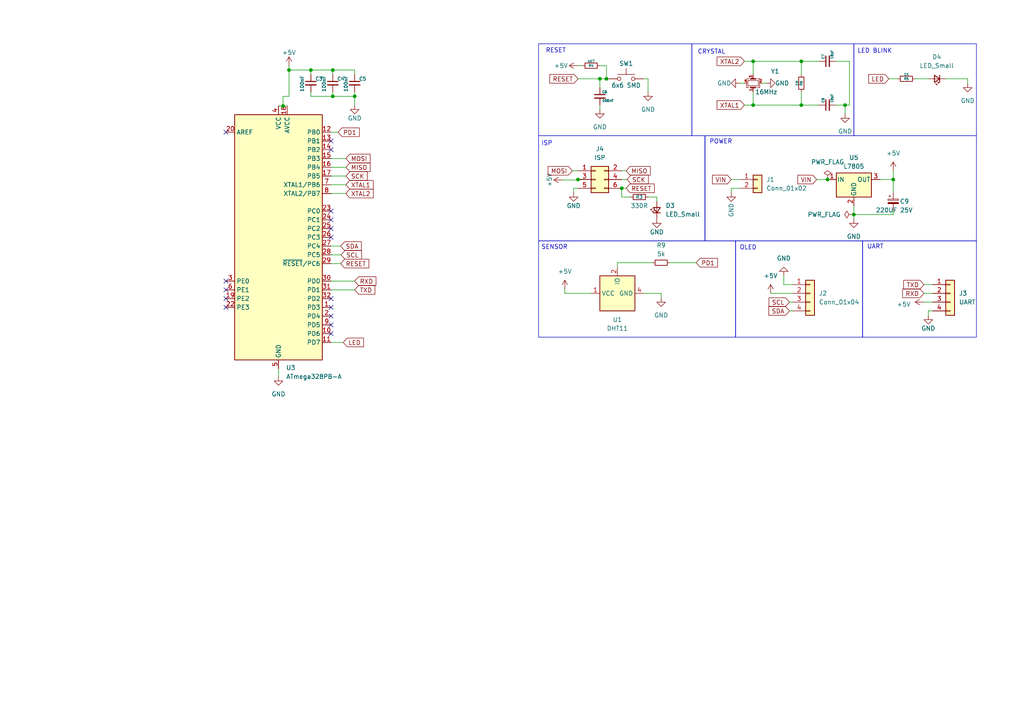
<source format=kicad_sch>
(kicad_sch (version 20230121) (generator eeschema)

  (uuid b0e4853c-98f6-4668-836d-e16e74aacce8)

  (paper "A4")

  (lib_symbols
    (symbol "Connector_Generic:Conn_01x02" (pin_names (offset 1.016) hide) (in_bom yes) (on_board yes)
      (property "Reference" "J" (at 0 2.54 0)
        (effects (font (size 1.27 1.27)))
      )
      (property "Value" "Conn_01x02" (at 0 -5.08 0)
        (effects (font (size 1.27 1.27)))
      )
      (property "Footprint" "" (at 0 0 0)
        (effects (font (size 1.27 1.27)) hide)
      )
      (property "Datasheet" "~" (at 0 0 0)
        (effects (font (size 1.27 1.27)) hide)
      )
      (property "ki_keywords" "connector" (at 0 0 0)
        (effects (font (size 1.27 1.27)) hide)
      )
      (property "ki_description" "Generic connector, single row, 01x02, script generated (kicad-library-utils/schlib/autogen/connector/)" (at 0 0 0)
        (effects (font (size 1.27 1.27)) hide)
      )
      (property "ki_fp_filters" "Connector*:*_1x??_*" (at 0 0 0)
        (effects (font (size 1.27 1.27)) hide)
      )
      (symbol "Conn_01x02_1_1"
        (rectangle (start -1.27 -2.413) (end 0 -2.667)
          (stroke (width 0.1524) (type default))
          (fill (type none))
        )
        (rectangle (start -1.27 0.127) (end 0 -0.127)
          (stroke (width 0.1524) (type default))
          (fill (type none))
        )
        (rectangle (start -1.27 1.27) (end 1.27 -3.81)
          (stroke (width 0.254) (type default))
          (fill (type background))
        )
        (pin passive line (at -5.08 0 0) (length 3.81)
          (name "Pin_1" (effects (font (size 1.27 1.27))))
          (number "1" (effects (font (size 1.27 1.27))))
        )
        (pin passive line (at -5.08 -2.54 0) (length 3.81)
          (name "Pin_2" (effects (font (size 1.27 1.27))))
          (number "2" (effects (font (size 1.27 1.27))))
        )
      )
    )
    (symbol "Connector_Generic:Conn_01x04" (pin_names (offset 1.016) hide) (in_bom yes) (on_board yes)
      (property "Reference" "J" (at 0 5.08 0)
        (effects (font (size 1.27 1.27)))
      )
      (property "Value" "Conn_01x04" (at 0 -7.62 0)
        (effects (font (size 1.27 1.27)))
      )
      (property "Footprint" "" (at 0 0 0)
        (effects (font (size 1.27 1.27)) hide)
      )
      (property "Datasheet" "~" (at 0 0 0)
        (effects (font (size 1.27 1.27)) hide)
      )
      (property "ki_keywords" "connector" (at 0 0 0)
        (effects (font (size 1.27 1.27)) hide)
      )
      (property "ki_description" "Generic connector, single row, 01x04, script generated (kicad-library-utils/schlib/autogen/connector/)" (at 0 0 0)
        (effects (font (size 1.27 1.27)) hide)
      )
      (property "ki_fp_filters" "Connector*:*_1x??_*" (at 0 0 0)
        (effects (font (size 1.27 1.27)) hide)
      )
      (symbol "Conn_01x04_1_1"
        (rectangle (start -1.27 -4.953) (end 0 -5.207)
          (stroke (width 0.1524) (type default))
          (fill (type none))
        )
        (rectangle (start -1.27 -2.413) (end 0 -2.667)
          (stroke (width 0.1524) (type default))
          (fill (type none))
        )
        (rectangle (start -1.27 0.127) (end 0 -0.127)
          (stroke (width 0.1524) (type default))
          (fill (type none))
        )
        (rectangle (start -1.27 2.667) (end 0 2.413)
          (stroke (width 0.1524) (type default))
          (fill (type none))
        )
        (rectangle (start -1.27 3.81) (end 1.27 -6.35)
          (stroke (width 0.254) (type default))
          (fill (type background))
        )
        (pin passive line (at -5.08 2.54 0) (length 3.81)
          (name "Pin_1" (effects (font (size 1.27 1.27))))
          (number "1" (effects (font (size 1.27 1.27))))
        )
        (pin passive line (at -5.08 0 0) (length 3.81)
          (name "Pin_2" (effects (font (size 1.27 1.27))))
          (number "2" (effects (font (size 1.27 1.27))))
        )
        (pin passive line (at -5.08 -2.54 0) (length 3.81)
          (name "Pin_3" (effects (font (size 1.27 1.27))))
          (number "3" (effects (font (size 1.27 1.27))))
        )
        (pin passive line (at -5.08 -5.08 0) (length 3.81)
          (name "Pin_4" (effects (font (size 1.27 1.27))))
          (number "4" (effects (font (size 1.27 1.27))))
        )
      )
    )
    (symbol "Connector_Generic:Conn_02x03_Odd_Even" (pin_names (offset 1.016) hide) (in_bom yes) (on_board yes)
      (property "Reference" "J" (at 1.27 5.08 0)
        (effects (font (size 1.27 1.27)))
      )
      (property "Value" "Conn_02x03_Odd_Even" (at 1.27 -5.08 0)
        (effects (font (size 1.27 1.27)))
      )
      (property "Footprint" "" (at 0 0 0)
        (effects (font (size 1.27 1.27)) hide)
      )
      (property "Datasheet" "~" (at 0 0 0)
        (effects (font (size 1.27 1.27)) hide)
      )
      (property "ki_keywords" "connector" (at 0 0 0)
        (effects (font (size 1.27 1.27)) hide)
      )
      (property "ki_description" "Generic connector, double row, 02x03, odd/even pin numbering scheme (row 1 odd numbers, row 2 even numbers), script generated (kicad-library-utils/schlib/autogen/connector/)" (at 0 0 0)
        (effects (font (size 1.27 1.27)) hide)
      )
      (property "ki_fp_filters" "Connector*:*_2x??_*" (at 0 0 0)
        (effects (font (size 1.27 1.27)) hide)
      )
      (symbol "Conn_02x03_Odd_Even_1_1"
        (rectangle (start -1.27 -2.413) (end 0 -2.667)
          (stroke (width 0.1524) (type default))
          (fill (type none))
        )
        (rectangle (start -1.27 0.127) (end 0 -0.127)
          (stroke (width 0.1524) (type default))
          (fill (type none))
        )
        (rectangle (start -1.27 2.667) (end 0 2.413)
          (stroke (width 0.1524) (type default))
          (fill (type none))
        )
        (rectangle (start -1.27 3.81) (end 3.81 -3.81)
          (stroke (width 0.254) (type default))
          (fill (type background))
        )
        (rectangle (start 3.81 -2.413) (end 2.54 -2.667)
          (stroke (width 0.1524) (type default))
          (fill (type none))
        )
        (rectangle (start 3.81 0.127) (end 2.54 -0.127)
          (stroke (width 0.1524) (type default))
          (fill (type none))
        )
        (rectangle (start 3.81 2.667) (end 2.54 2.413)
          (stroke (width 0.1524) (type default))
          (fill (type none))
        )
        (pin passive line (at -5.08 2.54 0) (length 3.81)
          (name "Pin_1" (effects (font (size 1.27 1.27))))
          (number "1" (effects (font (size 1.27 1.27))))
        )
        (pin passive line (at 7.62 2.54 180) (length 3.81)
          (name "Pin_2" (effects (font (size 1.27 1.27))))
          (number "2" (effects (font (size 1.27 1.27))))
        )
        (pin passive line (at -5.08 0 0) (length 3.81)
          (name "Pin_3" (effects (font (size 1.27 1.27))))
          (number "3" (effects (font (size 1.27 1.27))))
        )
        (pin passive line (at 7.62 0 180) (length 3.81)
          (name "Pin_4" (effects (font (size 1.27 1.27))))
          (number "4" (effects (font (size 1.27 1.27))))
        )
        (pin passive line (at -5.08 -2.54 0) (length 3.81)
          (name "Pin_5" (effects (font (size 1.27 1.27))))
          (number "5" (effects (font (size 1.27 1.27))))
        )
        (pin passive line (at 7.62 -2.54 180) (length 3.81)
          (name "Pin_6" (effects (font (size 1.27 1.27))))
          (number "6" (effects (font (size 1.27 1.27))))
        )
      )
    )
    (symbol "Device:C_Polarized_Small" (pin_numbers hide) (pin_names (offset 0.254) hide) (in_bom yes) (on_board yes)
      (property "Reference" "C" (at 0.254 1.778 0)
        (effects (font (size 1.27 1.27)) (justify left))
      )
      (property "Value" "C_Polarized_Small" (at 0.254 -2.032 0)
        (effects (font (size 1.27 1.27)) (justify left))
      )
      (property "Footprint" "" (at 0 0 0)
        (effects (font (size 1.27 1.27)) hide)
      )
      (property "Datasheet" "~" (at 0 0 0)
        (effects (font (size 1.27 1.27)) hide)
      )
      (property "ki_keywords" "cap capacitor" (at 0 0 0)
        (effects (font (size 1.27 1.27)) hide)
      )
      (property "ki_description" "Polarized capacitor, small symbol" (at 0 0 0)
        (effects (font (size 1.27 1.27)) hide)
      )
      (property "ki_fp_filters" "CP_*" (at 0 0 0)
        (effects (font (size 1.27 1.27)) hide)
      )
      (symbol "C_Polarized_Small_0_1"
        (rectangle (start -1.524 -0.3048) (end 1.524 -0.6858)
          (stroke (width 0) (type default))
          (fill (type outline))
        )
        (rectangle (start -1.524 0.6858) (end 1.524 0.3048)
          (stroke (width 0) (type default))
          (fill (type none))
        )
        (polyline
          (pts
            (xy -1.27 1.524)
            (xy -0.762 1.524)
          )
          (stroke (width 0) (type default))
          (fill (type none))
        )
        (polyline
          (pts
            (xy -1.016 1.27)
            (xy -1.016 1.778)
          )
          (stroke (width 0) (type default))
          (fill (type none))
        )
      )
      (symbol "C_Polarized_Small_1_1"
        (pin passive line (at 0 2.54 270) (length 1.8542)
          (name "~" (effects (font (size 1.27 1.27))))
          (number "1" (effects (font (size 1.27 1.27))))
        )
        (pin passive line (at 0 -2.54 90) (length 1.8542)
          (name "~" (effects (font (size 1.27 1.27))))
          (number "2" (effects (font (size 1.27 1.27))))
        )
      )
    )
    (symbol "Device:C_Small" (pin_numbers hide) (pin_names (offset 0.254) hide) (in_bom yes) (on_board yes)
      (property "Reference" "C" (at 0.254 1.778 0)
        (effects (font (size 1.27 1.27)) (justify left))
      )
      (property "Value" "C_Small" (at 0.254 -2.032 0)
        (effects (font (size 1.27 1.27)) (justify left))
      )
      (property "Footprint" "" (at 0 0 0)
        (effects (font (size 1.27 1.27)) hide)
      )
      (property "Datasheet" "~" (at 0 0 0)
        (effects (font (size 1.27 1.27)) hide)
      )
      (property "ki_keywords" "capacitor cap" (at 0 0 0)
        (effects (font (size 1.27 1.27)) hide)
      )
      (property "ki_description" "Unpolarized capacitor, small symbol" (at 0 0 0)
        (effects (font (size 1.27 1.27)) hide)
      )
      (property "ki_fp_filters" "C_*" (at 0 0 0)
        (effects (font (size 1.27 1.27)) hide)
      )
      (symbol "C_Small_0_1"
        (polyline
          (pts
            (xy -1.524 -0.508)
            (xy 1.524 -0.508)
          )
          (stroke (width 0.3302) (type default))
          (fill (type none))
        )
        (polyline
          (pts
            (xy -1.524 0.508)
            (xy 1.524 0.508)
          )
          (stroke (width 0.3048) (type default))
          (fill (type none))
        )
      )
      (symbol "C_Small_1_1"
        (pin passive line (at 0 2.54 270) (length 2.032)
          (name "~" (effects (font (size 1.27 1.27))))
          (number "1" (effects (font (size 1.27 1.27))))
        )
        (pin passive line (at 0 -2.54 90) (length 2.032)
          (name "~" (effects (font (size 1.27 1.27))))
          (number "2" (effects (font (size 1.27 1.27))))
        )
      )
    )
    (symbol "Device:Crystal_GND24_Small" (pin_names (offset 1.016) hide) (in_bom yes) (on_board yes)
      (property "Reference" "Y" (at 1.27 4.445 0)
        (effects (font (size 1.27 1.27)) (justify left))
      )
      (property "Value" "Crystal_GND24_Small" (at 1.27 2.54 0)
        (effects (font (size 1.27 1.27)) (justify left))
      )
      (property "Footprint" "" (at 0 0 0)
        (effects (font (size 1.27 1.27)) hide)
      )
      (property "Datasheet" "~" (at 0 0 0)
        (effects (font (size 1.27 1.27)) hide)
      )
      (property "ki_keywords" "quartz ceramic resonator oscillator" (at 0 0 0)
        (effects (font (size 1.27 1.27)) hide)
      )
      (property "ki_description" "Four pin crystal, GND on pins 2 and 4, small symbol" (at 0 0 0)
        (effects (font (size 1.27 1.27)) hide)
      )
      (property "ki_fp_filters" "Crystal*" (at 0 0 0)
        (effects (font (size 1.27 1.27)) hide)
      )
      (symbol "Crystal_GND24_Small_0_1"
        (rectangle (start -0.762 -1.524) (end 0.762 1.524)
          (stroke (width 0) (type default))
          (fill (type none))
        )
        (polyline
          (pts
            (xy -1.27 -0.762)
            (xy -1.27 0.762)
          )
          (stroke (width 0.381) (type default))
          (fill (type none))
        )
        (polyline
          (pts
            (xy 1.27 -0.762)
            (xy 1.27 0.762)
          )
          (stroke (width 0.381) (type default))
          (fill (type none))
        )
        (polyline
          (pts
            (xy -1.27 -1.27)
            (xy -1.27 -1.905)
            (xy 1.27 -1.905)
            (xy 1.27 -1.27)
          )
          (stroke (width 0) (type default))
          (fill (type none))
        )
        (polyline
          (pts
            (xy -1.27 1.27)
            (xy -1.27 1.905)
            (xy 1.27 1.905)
            (xy 1.27 1.27)
          )
          (stroke (width 0) (type default))
          (fill (type none))
        )
      )
      (symbol "Crystal_GND24_Small_1_1"
        (pin passive line (at -2.54 0 0) (length 1.27)
          (name "1" (effects (font (size 1.27 1.27))))
          (number "1" (effects (font (size 0.762 0.762))))
        )
        (pin passive line (at 0 -2.54 90) (length 0.635)
          (name "2" (effects (font (size 1.27 1.27))))
          (number "2" (effects (font (size 0.762 0.762))))
        )
        (pin passive line (at 2.54 0 180) (length 1.27)
          (name "3" (effects (font (size 1.27 1.27))))
          (number "3" (effects (font (size 0.762 0.762))))
        )
        (pin passive line (at 0 2.54 270) (length 0.635)
          (name "4" (effects (font (size 1.27 1.27))))
          (number "4" (effects (font (size 0.762 0.762))))
        )
      )
    )
    (symbol "Device:LED_Small" (pin_numbers hide) (pin_names (offset 0.254) hide) (in_bom yes) (on_board yes)
      (property "Reference" "D" (at -1.27 3.175 0)
        (effects (font (size 1.27 1.27)) (justify left))
      )
      (property "Value" "LED_Small" (at -4.445 -2.54 0)
        (effects (font (size 1.27 1.27)) (justify left))
      )
      (property "Footprint" "" (at 0 0 90)
        (effects (font (size 1.27 1.27)) hide)
      )
      (property "Datasheet" "~" (at 0 0 90)
        (effects (font (size 1.27 1.27)) hide)
      )
      (property "ki_keywords" "LED diode light-emitting-diode" (at 0 0 0)
        (effects (font (size 1.27 1.27)) hide)
      )
      (property "ki_description" "Light emitting diode, small symbol" (at 0 0 0)
        (effects (font (size 1.27 1.27)) hide)
      )
      (property "ki_fp_filters" "LED* LED_SMD:* LED_THT:*" (at 0 0 0)
        (effects (font (size 1.27 1.27)) hide)
      )
      (symbol "LED_Small_0_1"
        (polyline
          (pts
            (xy -0.762 -1.016)
            (xy -0.762 1.016)
          )
          (stroke (width 0.254) (type default))
          (fill (type none))
        )
        (polyline
          (pts
            (xy 1.016 0)
            (xy -0.762 0)
          )
          (stroke (width 0) (type default))
          (fill (type none))
        )
        (polyline
          (pts
            (xy 0.762 -1.016)
            (xy -0.762 0)
            (xy 0.762 1.016)
            (xy 0.762 -1.016)
          )
          (stroke (width 0.254) (type default))
          (fill (type none))
        )
        (polyline
          (pts
            (xy 0 0.762)
            (xy -0.508 1.27)
            (xy -0.254 1.27)
            (xy -0.508 1.27)
            (xy -0.508 1.016)
          )
          (stroke (width 0) (type default))
          (fill (type none))
        )
        (polyline
          (pts
            (xy 0.508 1.27)
            (xy 0 1.778)
            (xy 0.254 1.778)
            (xy 0 1.778)
            (xy 0 1.524)
          )
          (stroke (width 0) (type default))
          (fill (type none))
        )
      )
      (symbol "LED_Small_1_1"
        (pin passive line (at -2.54 0 0) (length 1.778)
          (name "K" (effects (font (size 1.27 1.27))))
          (number "1" (effects (font (size 1.27 1.27))))
        )
        (pin passive line (at 2.54 0 180) (length 1.778)
          (name "A" (effects (font (size 1.27 1.27))))
          (number "2" (effects (font (size 1.27 1.27))))
        )
      )
    )
    (symbol "Device:R_Small" (pin_numbers hide) (pin_names (offset 0.254) hide) (in_bom yes) (on_board yes)
      (property "Reference" "R" (at 0.762 0.508 0)
        (effects (font (size 1.27 1.27)) (justify left))
      )
      (property "Value" "R_Small" (at 0.762 -1.016 0)
        (effects (font (size 1.27 1.27)) (justify left))
      )
      (property "Footprint" "" (at 0 0 0)
        (effects (font (size 1.27 1.27)) hide)
      )
      (property "Datasheet" "~" (at 0 0 0)
        (effects (font (size 1.27 1.27)) hide)
      )
      (property "ki_keywords" "R resistor" (at 0 0 0)
        (effects (font (size 1.27 1.27)) hide)
      )
      (property "ki_description" "Resistor, small symbol" (at 0 0 0)
        (effects (font (size 1.27 1.27)) hide)
      )
      (property "ki_fp_filters" "R_*" (at 0 0 0)
        (effects (font (size 1.27 1.27)) hide)
      )
      (symbol "R_Small_0_1"
        (rectangle (start -0.762 1.778) (end 0.762 -1.778)
          (stroke (width 0.2032) (type default))
          (fill (type none))
        )
      )
      (symbol "R_Small_1_1"
        (pin passive line (at 0 2.54 270) (length 0.762)
          (name "~" (effects (font (size 1.27 1.27))))
          (number "1" (effects (font (size 1.27 1.27))))
        )
        (pin passive line (at 0 -2.54 90) (length 0.762)
          (name "~" (effects (font (size 1.27 1.27))))
          (number "2" (effects (font (size 1.27 1.27))))
        )
      )
    )
    (symbol "MCU_Microchip_ATmega:ATmega328PB-A" (in_bom yes) (on_board yes)
      (property "Reference" "U" (at -12.7 36.83 0)
        (effects (font (size 1.27 1.27)) (justify left bottom))
      )
      (property "Value" "ATmega328PB-A" (at 2.54 -36.83 0)
        (effects (font (size 1.27 1.27)) (justify left top))
      )
      (property "Footprint" "Package_QFP:TQFP-32_7x7mm_P0.8mm" (at 0 0 0)
        (effects (font (size 1.27 1.27) italic) hide)
      )
      (property "Datasheet" "http://ww1.microchip.com/downloads/en/DeviceDoc/40001906C.pdf" (at 0 0 0)
        (effects (font (size 1.27 1.27)) hide)
      )
      (property "ki_keywords" "AVR 8bit Microcontroller MegaAVR" (at 0 0 0)
        (effects (font (size 1.27 1.27)) hide)
      )
      (property "ki_description" "20MHz, 32kB Flash, 2kB SRAM, 1kB EEPROM, TQFP-32" (at 0 0 0)
        (effects (font (size 1.27 1.27)) hide)
      )
      (property "ki_fp_filters" "TQFP*7x7mm*P0.8mm*" (at 0 0 0)
        (effects (font (size 1.27 1.27)) hide)
      )
      (symbol "ATmega328PB-A_0_1"
        (rectangle (start -12.7 -35.56) (end 12.7 35.56)
          (stroke (width 0.254) (type default))
          (fill (type background))
        )
      )
      (symbol "ATmega328PB-A_1_1"
        (pin bidirectional line (at 15.24 -20.32 180) (length 2.54)
          (name "PD3" (effects (font (size 1.27 1.27))))
          (number "1" (effects (font (size 1.27 1.27))))
        )
        (pin bidirectional line (at 15.24 -27.94 180) (length 2.54)
          (name "PD6" (effects (font (size 1.27 1.27))))
          (number "10" (effects (font (size 1.27 1.27))))
        )
        (pin bidirectional line (at 15.24 -30.48 180) (length 2.54)
          (name "PD7" (effects (font (size 1.27 1.27))))
          (number "11" (effects (font (size 1.27 1.27))))
        )
        (pin bidirectional line (at 15.24 30.48 180) (length 2.54)
          (name "PB0" (effects (font (size 1.27 1.27))))
          (number "12" (effects (font (size 1.27 1.27))))
        )
        (pin bidirectional line (at 15.24 27.94 180) (length 2.54)
          (name "PB1" (effects (font (size 1.27 1.27))))
          (number "13" (effects (font (size 1.27 1.27))))
        )
        (pin bidirectional line (at 15.24 25.4 180) (length 2.54)
          (name "PB2" (effects (font (size 1.27 1.27))))
          (number "14" (effects (font (size 1.27 1.27))))
        )
        (pin bidirectional line (at 15.24 22.86 180) (length 2.54)
          (name "PB3" (effects (font (size 1.27 1.27))))
          (number "15" (effects (font (size 1.27 1.27))))
        )
        (pin bidirectional line (at 15.24 20.32 180) (length 2.54)
          (name "PB4" (effects (font (size 1.27 1.27))))
          (number "16" (effects (font (size 1.27 1.27))))
        )
        (pin bidirectional line (at 15.24 17.78 180) (length 2.54)
          (name "PB5" (effects (font (size 1.27 1.27))))
          (number "17" (effects (font (size 1.27 1.27))))
        )
        (pin power_in line (at 2.54 38.1 270) (length 2.54)
          (name "AVCC" (effects (font (size 1.27 1.27))))
          (number "18" (effects (font (size 1.27 1.27))))
        )
        (pin bidirectional line (at -15.24 -17.78 0) (length 2.54)
          (name "PE2" (effects (font (size 1.27 1.27))))
          (number "19" (effects (font (size 1.27 1.27))))
        )
        (pin bidirectional line (at 15.24 -22.86 180) (length 2.54)
          (name "PD4" (effects (font (size 1.27 1.27))))
          (number "2" (effects (font (size 1.27 1.27))))
        )
        (pin passive line (at -15.24 30.48 0) (length 2.54)
          (name "AREF" (effects (font (size 1.27 1.27))))
          (number "20" (effects (font (size 1.27 1.27))))
        )
        (pin passive line (at 0 -38.1 90) (length 2.54) hide
          (name "GND" (effects (font (size 1.27 1.27))))
          (number "21" (effects (font (size 1.27 1.27))))
        )
        (pin bidirectional line (at -15.24 -20.32 0) (length 2.54)
          (name "PE3" (effects (font (size 1.27 1.27))))
          (number "22" (effects (font (size 1.27 1.27))))
        )
        (pin bidirectional line (at 15.24 7.62 180) (length 2.54)
          (name "PC0" (effects (font (size 1.27 1.27))))
          (number "23" (effects (font (size 1.27 1.27))))
        )
        (pin bidirectional line (at 15.24 5.08 180) (length 2.54)
          (name "PC1" (effects (font (size 1.27 1.27))))
          (number "24" (effects (font (size 1.27 1.27))))
        )
        (pin bidirectional line (at 15.24 2.54 180) (length 2.54)
          (name "PC2" (effects (font (size 1.27 1.27))))
          (number "25" (effects (font (size 1.27 1.27))))
        )
        (pin bidirectional line (at 15.24 0 180) (length 2.54)
          (name "PC3" (effects (font (size 1.27 1.27))))
          (number "26" (effects (font (size 1.27 1.27))))
        )
        (pin bidirectional line (at 15.24 -2.54 180) (length 2.54)
          (name "PC4" (effects (font (size 1.27 1.27))))
          (number "27" (effects (font (size 1.27 1.27))))
        )
        (pin bidirectional line (at 15.24 -5.08 180) (length 2.54)
          (name "PC5" (effects (font (size 1.27 1.27))))
          (number "28" (effects (font (size 1.27 1.27))))
        )
        (pin bidirectional line (at 15.24 -7.62 180) (length 2.54)
          (name "~{RESET}/PC6" (effects (font (size 1.27 1.27))))
          (number "29" (effects (font (size 1.27 1.27))))
        )
        (pin bidirectional line (at -15.24 -12.7 0) (length 2.54)
          (name "PE0" (effects (font (size 1.27 1.27))))
          (number "3" (effects (font (size 1.27 1.27))))
        )
        (pin bidirectional line (at 15.24 -12.7 180) (length 2.54)
          (name "PD0" (effects (font (size 1.27 1.27))))
          (number "30" (effects (font (size 1.27 1.27))))
        )
        (pin bidirectional line (at 15.24 -15.24 180) (length 2.54)
          (name "PD1" (effects (font (size 1.27 1.27))))
          (number "31" (effects (font (size 1.27 1.27))))
        )
        (pin bidirectional line (at 15.24 -17.78 180) (length 2.54)
          (name "PD2" (effects (font (size 1.27 1.27))))
          (number "32" (effects (font (size 1.27 1.27))))
        )
        (pin power_in line (at 0 38.1 270) (length 2.54)
          (name "VCC" (effects (font (size 1.27 1.27))))
          (number "4" (effects (font (size 1.27 1.27))))
        )
        (pin power_in line (at 0 -38.1 90) (length 2.54)
          (name "GND" (effects (font (size 1.27 1.27))))
          (number "5" (effects (font (size 1.27 1.27))))
        )
        (pin bidirectional line (at -15.24 -15.24 0) (length 2.54)
          (name "PE1" (effects (font (size 1.27 1.27))))
          (number "6" (effects (font (size 1.27 1.27))))
        )
        (pin bidirectional line (at 15.24 15.24 180) (length 2.54)
          (name "XTAL1/PB6" (effects (font (size 1.27 1.27))))
          (number "7" (effects (font (size 1.27 1.27))))
        )
        (pin bidirectional line (at 15.24 12.7 180) (length 2.54)
          (name "XTAL2/PB7" (effects (font (size 1.27 1.27))))
          (number "8" (effects (font (size 1.27 1.27))))
        )
        (pin bidirectional line (at 15.24 -25.4 180) (length 2.54)
          (name "PD5" (effects (font (size 1.27 1.27))))
          (number "9" (effects (font (size 1.27 1.27))))
        )
      )
    )
    (symbol "Regulator_Linear:L7812" (pin_names (offset 0.254)) (in_bom yes) (on_board yes)
      (property "Reference" "U" (at -3.81 3.175 0)
        (effects (font (size 1.27 1.27)))
      )
      (property "Value" "L7812" (at 0 3.175 0)
        (effects (font (size 1.27 1.27)) (justify left))
      )
      (property "Footprint" "" (at 0.635 -3.81 0)
        (effects (font (size 1.27 1.27) italic) (justify left) hide)
      )
      (property "Datasheet" "http://www.st.com/content/ccc/resource/technical/document/datasheet/41/4f/b3/b0/12/d4/47/88/CD00000444.pdf/files/CD00000444.pdf/jcr:content/translations/en.CD00000444.pdf" (at 0 -1.27 0)
        (effects (font (size 1.27 1.27)) hide)
      )
      (property "ki_keywords" "Voltage Regulator 1.5A Positive" (at 0 0 0)
        (effects (font (size 1.27 1.27)) hide)
      )
      (property "ki_description" "Positive 1.5A 35V Linear Regulator, Fixed Output 12V, TO-220/TO-263/TO-252" (at 0 0 0)
        (effects (font (size 1.27 1.27)) hide)
      )
      (property "ki_fp_filters" "TO?252* TO?263* TO?220*" (at 0 0 0)
        (effects (font (size 1.27 1.27)) hide)
      )
      (symbol "L7812_0_1"
        (rectangle (start -5.08 1.905) (end 5.08 -5.08)
          (stroke (width 0.254) (type default))
          (fill (type background))
        )
      )
      (symbol "L7812_1_1"
        (pin power_in line (at -7.62 0 0) (length 2.54)
          (name "IN" (effects (font (size 1.27 1.27))))
          (number "1" (effects (font (size 1.27 1.27))))
        )
        (pin power_in line (at 0 -7.62 90) (length 2.54)
          (name "GND" (effects (font (size 1.27 1.27))))
          (number "2" (effects (font (size 1.27 1.27))))
        )
        (pin power_out line (at 7.62 0 180) (length 2.54)
          (name "OUT" (effects (font (size 1.27 1.27))))
          (number "3" (effects (font (size 1.27 1.27))))
        )
      )
    )
    (symbol "Sensor:DHT11" (in_bom yes) (on_board yes)
      (property "Reference" "U" (at -3.81 6.35 0)
        (effects (font (size 1.27 1.27)))
      )
      (property "Value" "DHT11" (at 3.81 6.35 0)
        (effects (font (size 1.27 1.27)))
      )
      (property "Footprint" "Sensor:Aosong_DHT11_5.5x12.0_P2.54mm" (at 0 -10.16 0)
        (effects (font (size 1.27 1.27)) hide)
      )
      (property "Datasheet" "http://akizukidenshi.com/download/ds/aosong/DHT11.pdf" (at 3.81 6.35 0)
        (effects (font (size 1.27 1.27)) hide)
      )
      (property "ki_keywords" "Digital temperature humidity sensor" (at 0 0 0)
        (effects (font (size 1.27 1.27)) hide)
      )
      (property "ki_description" "Temperature and humidity module" (at 0 0 0)
        (effects (font (size 1.27 1.27)) hide)
      )
      (property "ki_fp_filters" "Aosong*DHT11*5.5x12.0*P2.54mm*" (at 0 0 0)
        (effects (font (size 1.27 1.27)) hide)
      )
      (symbol "DHT11_0_1"
        (rectangle (start -5.08 5.08) (end 5.08 -5.08)
          (stroke (width 0.254) (type default))
          (fill (type background))
        )
      )
      (symbol "DHT11_1_1"
        (pin power_in line (at 0 7.62 270) (length 2.54)
          (name "VCC" (effects (font (size 1.27 1.27))))
          (number "1" (effects (font (size 1.27 1.27))))
        )
        (pin bidirectional line (at 7.62 0 180) (length 2.54)
          (name "IO" (effects (font (size 1.27 1.27))))
          (number "2" (effects (font (size 1.27 1.27))))
        )
        (pin no_connect line (at -5.08 0 0) (length 2.54) hide
          (name "NC" (effects (font (size 1.27 1.27))))
          (number "3" (effects (font (size 1.27 1.27))))
        )
        (pin power_in line (at 0 -7.62 90) (length 2.54)
          (name "GND" (effects (font (size 1.27 1.27))))
          (number "4" (effects (font (size 1.27 1.27))))
        )
      )
    )
    (symbol "Switch:SW_Push" (pin_numbers hide) (pin_names (offset 1.016) hide) (in_bom yes) (on_board yes)
      (property "Reference" "SW" (at 1.27 2.54 0)
        (effects (font (size 1.27 1.27)) (justify left))
      )
      (property "Value" "SW_Push" (at 0 -1.524 0)
        (effects (font (size 1.27 1.27)))
      )
      (property "Footprint" "" (at 0 5.08 0)
        (effects (font (size 1.27 1.27)) hide)
      )
      (property "Datasheet" "~" (at 0 5.08 0)
        (effects (font (size 1.27 1.27)) hide)
      )
      (property "ki_keywords" "switch normally-open pushbutton push-button" (at 0 0 0)
        (effects (font (size 1.27 1.27)) hide)
      )
      (property "ki_description" "Push button switch, generic, two pins" (at 0 0 0)
        (effects (font (size 1.27 1.27)) hide)
      )
      (symbol "SW_Push_0_1"
        (circle (center -2.032 0) (radius 0.508)
          (stroke (width 0) (type default))
          (fill (type none))
        )
        (polyline
          (pts
            (xy 0 1.27)
            (xy 0 3.048)
          )
          (stroke (width 0) (type default))
          (fill (type none))
        )
        (polyline
          (pts
            (xy 2.54 1.27)
            (xy -2.54 1.27)
          )
          (stroke (width 0) (type default))
          (fill (type none))
        )
        (circle (center 2.032 0) (radius 0.508)
          (stroke (width 0) (type default))
          (fill (type none))
        )
        (pin passive line (at -5.08 0 0) (length 2.54)
          (name "1" (effects (font (size 1.27 1.27))))
          (number "1" (effects (font (size 1.27 1.27))))
        )
        (pin passive line (at 5.08 0 180) (length 2.54)
          (name "2" (effects (font (size 1.27 1.27))))
          (number "2" (effects (font (size 1.27 1.27))))
        )
      )
    )
    (symbol "power:+5V" (power) (pin_names (offset 0)) (in_bom yes) (on_board yes)
      (property "Reference" "#PWR" (at 0 -3.81 0)
        (effects (font (size 1.27 1.27)) hide)
      )
      (property "Value" "+5V" (at 0 3.556 0)
        (effects (font (size 1.27 1.27)))
      )
      (property "Footprint" "" (at 0 0 0)
        (effects (font (size 1.27 1.27)) hide)
      )
      (property "Datasheet" "" (at 0 0 0)
        (effects (font (size 1.27 1.27)) hide)
      )
      (property "ki_keywords" "global power" (at 0 0 0)
        (effects (font (size 1.27 1.27)) hide)
      )
      (property "ki_description" "Power symbol creates a global label with name \"+5V\"" (at 0 0 0)
        (effects (font (size 1.27 1.27)) hide)
      )
      (symbol "+5V_0_1"
        (polyline
          (pts
            (xy -0.762 1.27)
            (xy 0 2.54)
          )
          (stroke (width 0) (type default))
          (fill (type none))
        )
        (polyline
          (pts
            (xy 0 0)
            (xy 0 2.54)
          )
          (stroke (width 0) (type default))
          (fill (type none))
        )
        (polyline
          (pts
            (xy 0 2.54)
            (xy 0.762 1.27)
          )
          (stroke (width 0) (type default))
          (fill (type none))
        )
      )
      (symbol "+5V_1_1"
        (pin power_in line (at 0 0 90) (length 0) hide
          (name "+5V" (effects (font (size 1.27 1.27))))
          (number "1" (effects (font (size 1.27 1.27))))
        )
      )
    )
    (symbol "power:GND" (power) (pin_names (offset 0)) (in_bom yes) (on_board yes)
      (property "Reference" "#PWR" (at 0 -6.35 0)
        (effects (font (size 1.27 1.27)) hide)
      )
      (property "Value" "GND" (at 0 -3.81 0)
        (effects (font (size 1.27 1.27)))
      )
      (property "Footprint" "" (at 0 0 0)
        (effects (font (size 1.27 1.27)) hide)
      )
      (property "Datasheet" "" (at 0 0 0)
        (effects (font (size 1.27 1.27)) hide)
      )
      (property "ki_keywords" "global power" (at 0 0 0)
        (effects (font (size 1.27 1.27)) hide)
      )
      (property "ki_description" "Power symbol creates a global label with name \"GND\" , ground" (at 0 0 0)
        (effects (font (size 1.27 1.27)) hide)
      )
      (symbol "GND_0_1"
        (polyline
          (pts
            (xy 0 0)
            (xy 0 -1.27)
            (xy 1.27 -1.27)
            (xy 0 -2.54)
            (xy -1.27 -1.27)
            (xy 0 -1.27)
          )
          (stroke (width 0) (type default))
          (fill (type none))
        )
      )
      (symbol "GND_1_1"
        (pin power_in line (at 0 0 270) (length 0) hide
          (name "GND" (effects (font (size 1.27 1.27))))
          (number "1" (effects (font (size 1.27 1.27))))
        )
      )
    )
    (symbol "power:PWR_FLAG" (power) (pin_numbers hide) (pin_names (offset 0) hide) (in_bom yes) (on_board yes)
      (property "Reference" "#FLG" (at 0 1.905 0)
        (effects (font (size 1.27 1.27)) hide)
      )
      (property "Value" "PWR_FLAG" (at 0 3.81 0)
        (effects (font (size 1.27 1.27)))
      )
      (property "Footprint" "" (at 0 0 0)
        (effects (font (size 1.27 1.27)) hide)
      )
      (property "Datasheet" "~" (at 0 0 0)
        (effects (font (size 1.27 1.27)) hide)
      )
      (property "ki_keywords" "flag power" (at 0 0 0)
        (effects (font (size 1.27 1.27)) hide)
      )
      (property "ki_description" "Special symbol for telling ERC where power comes from" (at 0 0 0)
        (effects (font (size 1.27 1.27)) hide)
      )
      (symbol "PWR_FLAG_0_0"
        (pin power_out line (at 0 0 90) (length 0)
          (name "pwr" (effects (font (size 1.27 1.27))))
          (number "1" (effects (font (size 1.27 1.27))))
        )
      )
      (symbol "PWR_FLAG_0_1"
        (polyline
          (pts
            (xy 0 0)
            (xy 0 1.27)
            (xy -1.016 1.905)
            (xy 0 2.54)
            (xy 1.016 1.905)
            (xy 0 1.27)
          )
          (stroke (width 0) (type default))
          (fill (type none))
        )
      )
    )
  )

  (junction (at 175.895 22.86) (diameter 0) (color 0 0 0 0)
    (uuid 1075a796-73e9-4013-b079-f3a78e2d1989)
  )
  (junction (at 167.64 52.07) (diameter 0) (color 0 0 0 0)
    (uuid 13a966f2-f4fb-48c3-9f2d-c14848f3fd48)
  )
  (junction (at 232.41 17.78) (diameter 0) (color 0 0 0 0)
    (uuid 1f04b40e-9aeb-4082-b486-95fd22da2cee)
  )
  (junction (at 240.03 52.07) (diameter 0) (color 0 0 0 0)
    (uuid 23f1e89a-7d4d-4828-8304-11661e0416f0)
  )
  (junction (at 218.44 17.78) (diameter 0) (color 0 0 0 0)
    (uuid 36a8923c-1be9-45ef-abb6-a13a730b36ef)
  )
  (junction (at 83.82 20.32) (diameter 0) (color 0 0 0 0)
    (uuid 3ab8466b-eda2-443a-b513-9354856ba5eb)
  )
  (junction (at 245.11 30.48) (diameter 0) (color 0 0 0 0)
    (uuid 4d8a971f-b1a6-4df7-b5df-d7764cce8378)
  )
  (junction (at 232.41 30.48) (diameter 0) (color 0 0 0 0)
    (uuid 53210a4e-39f5-4ab3-93b3-b65a180f19d2)
  )
  (junction (at 102.87 27.94) (diameter 0) (color 0 0 0 0)
    (uuid 54e2b5d1-7422-41d5-a70d-f3f1d3721368)
  )
  (junction (at 82.0928 30.734) (diameter 0) (color 0 0 0 0)
    (uuid 5e3a4c68-c727-487a-b5a2-5fd4802cf536)
  )
  (junction (at 247.65 62.23) (diameter 0) (color 0 0 0 0)
    (uuid 70265615-9496-442b-8b78-13ea3c09626d)
  )
  (junction (at 90.17 20.32) (diameter 0) (color 0 0 0 0)
    (uuid 74717c86-22db-408a-8334-2b804ca14a25)
  )
  (junction (at 180.34 54.61) (diameter 0) (color 0 0 0 0)
    (uuid 769095f2-da56-487c-ac2d-bbacc8e85850)
  )
  (junction (at 218.44 30.48) (diameter 0) (color 0 0 0 0)
    (uuid 9e54fdbb-3260-42d0-a414-9975d2baafb9)
  )
  (junction (at 96.52 27.94) (diameter 0) (color 0 0 0 0)
    (uuid b42914f7-2a8c-41dd-8758-488d3be5c7ec)
  )
  (junction (at 96.52 20.32) (diameter 0) (color 0 0 0 0)
    (uuid c5cd65c4-6071-4373-bfc7-5e3eaf34575d)
  )
  (junction (at 259.08 52.07) (diameter 0) (color 0 0 0 0)
    (uuid c903ab22-fc6e-4689-b9b9-51415138d8fb)
  )
  (junction (at 173.99 22.86) (diameter 0) (color 0 0 0 0)
    (uuid e15f0eac-1afe-42de-9f98-23fa692e951e)
  )

  (no_connect (at 96.012 96.774) (uuid 091a3b9f-386c-493e-98c6-df251113f2e3))
  (no_connect (at 96.012 94.234) (uuid 2f0f367c-2cb6-4c3d-94f3-d946bae5c399))
  (no_connect (at 65.532 81.534) (uuid 54320a23-4e50-4e3b-b28c-6069b9cb2b38))
  (no_connect (at 65.532 84.074) (uuid 656a0b78-c0dc-4a25-b112-1f50325c995b))
  (no_connect (at 96.012 43.434) (uuid 8297a8e4-7a01-4234-879f-66c9776a4c33))
  (no_connect (at 65.532 89.154) (uuid 876f1df8-88a4-46f9-a7ee-a36b0a289b4c))
  (no_connect (at 96.012 68.834) (uuid 8836261c-d003-4708-bddd-22a08d973ae1))
  (no_connect (at 96.012 66.294) (uuid 99413c5a-c8c0-4a2a-85ce-278bc1952037))
  (no_connect (at 96.012 91.694) (uuid bb288c77-2138-4557-8d97-5913106192e3))
  (no_connect (at 65.532 38.354) (uuid bd771fc9-85ab-48a3-b4ee-5fd0727cf510))
  (no_connect (at 96.012 89.154) (uuid becd08cc-6981-4f06-bf22-7413946d3928))
  (no_connect (at 96.012 86.614) (uuid ca3e7f3f-5f58-4cf7-97b4-f3dfa83b481a))
  (no_connect (at 96.012 61.214) (uuid e4b397c6-2327-43eb-ad73-ce80801d8cb8))
  (no_connect (at 96.012 63.754) (uuid ed5ad209-bc3c-45c3-a0d0-74831690ba98))
  (no_connect (at 65.532 86.614) (uuid ed87e805-cba2-4950-a59c-18cae50bbf66))
  (no_connect (at 96.012 40.894) (uuid f9e2a134-4927-4c57-82a1-f384297689fc))

  (wire (pts (xy 96.012 51.054) (xy 100.33 51.054))
    (stroke (width 0) (type default))
    (uuid 00673955-308d-4be8-a57d-b52a1d70077c)
  )
  (wire (pts (xy 218.44 17.78) (xy 232.41 17.78))
    (stroke (width 0) (type default))
    (uuid 04634633-b3bc-4c7d-9263-8f7e2c9a9e72)
  )
  (wire (pts (xy 247.65 59.69) (xy 247.65 62.23))
    (stroke (width 0) (type default))
    (uuid 0c06f437-4c6d-4881-97a4-3b83be41fce5)
  )
  (wire (pts (xy 175.895 19.05) (xy 175.895 22.86))
    (stroke (width 0) (type default))
    (uuid 0c076546-6735-4557-92cc-c7a016405d9f)
  )
  (wire (pts (xy 82.0928 30.734) (xy 82.0928 27.94))
    (stroke (width 0) (type default))
    (uuid 0c3337be-7a25-4975-b757-43435fdd763e)
  )
  (wire (pts (xy 228.981 90.17) (xy 229.87 90.17))
    (stroke (width 0) (type default))
    (uuid 0e5b6292-250a-4773-9c53-f9c6faeb8769)
  )
  (wire (pts (xy 267.97 87.63) (xy 270.51 87.63))
    (stroke (width 0) (type default))
    (uuid 102da5e0-0452-496e-bb7e-ac187a5451dd)
  )
  (wire (pts (xy 96.012 48.514) (xy 100.33 48.514))
    (stroke (width 0) (type default))
    (uuid 11487184-d083-4137-b878-a94b3728d2b0)
  )
  (wire (pts (xy 194.31 76.2) (xy 201.93 76.2))
    (stroke (width 0) (type default))
    (uuid 1452095a-41a9-4011-8eb2-cd02ec45e19b)
  )
  (wire (pts (xy 163.195 52.197) (xy 167.513 52.197))
    (stroke (width 0) (type default))
    (uuid 197afdb9-428c-458b-b65b-961bfaff017d)
  )
  (wire (pts (xy 186.69 85.09) (xy 191.77 85.09))
    (stroke (width 0) (type default))
    (uuid 1ab7ae9b-6bcd-4c9a-af63-1a2aa463ea48)
  )
  (wire (pts (xy 80.772 30.734) (xy 82.0928 30.734))
    (stroke (width 0) (type default))
    (uuid 1c5f0b96-ae21-4bb5-b129-ef00a612eeb2)
  )
  (wire (pts (xy 269.24 90.17) (xy 270.51 90.17))
    (stroke (width 0) (type default))
    (uuid 1d5d8033-c63c-4dea-9f04-b2c654335852)
  )
  (wire (pts (xy 259.08 62.23) (xy 247.65 62.23))
    (stroke (width 0) (type default))
    (uuid 1d71b34d-cc6a-423b-ae28-1f0573420549)
  )
  (wire (pts (xy 242.57 17.78) (xy 246.38 17.78))
    (stroke (width 0) (type default))
    (uuid 1dd037db-cacd-4810-b183-a1aebcbd30c2)
  )
  (wire (pts (xy 96.012 84.074) (xy 102.87 84.074))
    (stroke (width 0) (type default))
    (uuid 1fcded8a-de01-4229-8706-e035233bde37)
  )
  (wire (pts (xy 179.07 76.2) (xy 179.07 77.47))
    (stroke (width 0) (type default))
    (uuid 2060f685-8243-4b5d-b7a4-c0f913c1acad)
  )
  (wire (pts (xy 96.012 56.134) (xy 100.33 56.134))
    (stroke (width 0) (type default))
    (uuid 207737d5-d1fa-4e44-82ba-dee499595305)
  )
  (wire (pts (xy 163.83 85.09) (xy 171.45 85.09))
    (stroke (width 0) (type default))
    (uuid 220a6c3e-df38-402e-9e17-c421bcadf515)
  )
  (wire (pts (xy 163.83 83.82) (xy 163.83 85.09))
    (stroke (width 0) (type default))
    (uuid 23b13d87-25b6-4aca-bead-7c8361cdd877)
  )
  (wire (pts (xy 267.97 85.09) (xy 270.51 85.09))
    (stroke (width 0) (type default))
    (uuid 241d3ea8-9d4b-4e0b-825c-3ac1ff07f5d3)
  )
  (wire (pts (xy 218.44 17.78) (xy 218.44 21.59))
    (stroke (width 0) (type default))
    (uuid 24791f08-ec4b-492e-bfca-88ad1d7874f2)
  )
  (wire (pts (xy 96.012 76.454) (xy 98.806 76.454))
    (stroke (width 0) (type default))
    (uuid 29f21e23-7948-4133-9224-518a7886d8dc)
  )
  (wire (pts (xy 227.33 82.55) (xy 229.87 82.55))
    (stroke (width 0) (type default))
    (uuid 2ebd60b6-85a5-4bdb-8f85-621d7093ae24)
  )
  (wire (pts (xy 83.82 20.32) (xy 83.82 27.94))
    (stroke (width 0) (type default))
    (uuid 387877e0-f18d-4e4e-917f-5c457a1ce17c)
  )
  (wire (pts (xy 180.34 52.07) (xy 181.864 52.07))
    (stroke (width 0) (type default))
    (uuid 3ae7d57b-de09-438f-aa5f-058f5c19eac5)
  )
  (wire (pts (xy 269.24 91.44) (xy 269.24 90.17))
    (stroke (width 0) (type default))
    (uuid 3dcac809-cd8f-4c8f-94fc-66f6f3cd3391)
  )
  (wire (pts (xy 96.52 27.94) (xy 90.17 27.94))
    (stroke (width 0) (type default))
    (uuid 40fe4800-93e4-4a4c-8aa6-5f7fe74c7269)
  )
  (wire (pts (xy 267.97 82.55) (xy 270.51 82.55))
    (stroke (width 0) (type default))
    (uuid 431395e9-63d9-4570-886f-8037641c45c2)
  )
  (wire (pts (xy 167.513 52.197) (xy 167.513 52.07))
    (stroke (width 0) (type default))
    (uuid 46563af3-8611-49bb-b446-94558729f2bf)
  )
  (wire (pts (xy 190.5 57.15) (xy 187.96 57.15))
    (stroke (width 0) (type default))
    (uuid 487c8418-a6fd-4620-9a24-998340ca461c)
  )
  (wire (pts (xy 167.64 19.05) (xy 168.91 19.05))
    (stroke (width 0) (type default))
    (uuid 4a240f96-cc21-486c-b039-702b36384112)
  )
  (wire (pts (xy 212.09 55.88) (xy 212.09 54.61))
    (stroke (width 0) (type default))
    (uuid 4a869b71-e07a-4746-8d81-d3b7457eea21)
  )
  (wire (pts (xy 175.895 19.05) (xy 173.99 19.05))
    (stroke (width 0) (type default))
    (uuid 4bb4bd5a-eb39-44db-a13f-11698cd43a0d)
  )
  (wire (pts (xy 173.99 22.86) (xy 173.99 25.4))
    (stroke (width 0) (type default))
    (uuid 4e91befe-0515-42f5-ad0d-66d042f449c7)
  )
  (wire (pts (xy 96.52 20.32) (xy 102.87 20.32))
    (stroke (width 0) (type default))
    (uuid 4fea5066-2ec4-4e47-97c4-48f1eb0f0d19)
  )
  (wire (pts (xy 247.65 62.23) (xy 247.65 63.5))
    (stroke (width 0) (type default))
    (uuid 4ff2fa21-b0d4-46f9-87ea-ef25e015c50a)
  )
  (wire (pts (xy 257.81 22.86) (xy 260.35 22.86))
    (stroke (width 0) (type default))
    (uuid 5252b940-45e7-46fd-bc04-ccc27d754bef)
  )
  (wire (pts (xy 175.895 22.86) (xy 176.53 22.86))
    (stroke (width 0) (type default))
    (uuid 5527dca3-68cc-41df-820d-8a49867d7ce6)
  )
  (wire (pts (xy 190.5 58.42) (xy 190.5 57.15))
    (stroke (width 0) (type default))
    (uuid 55ea602a-a296-4322-9cac-e54b18489c3e)
  )
  (wire (pts (xy 179.07 76.2) (xy 189.23 76.2))
    (stroke (width 0) (type default))
    (uuid 56131b67-b790-47dd-91c7-122bae0c71e0)
  )
  (wire (pts (xy 245.11 30.48) (xy 242.57 30.48))
    (stroke (width 0) (type default))
    (uuid 562e1f60-614b-4294-80e5-2173970fbb9e)
  )
  (wire (pts (xy 218.44 26.67) (xy 218.44 30.48))
    (stroke (width 0) (type default))
    (uuid 5712ecf2-2a5a-443a-a57f-c3e77a5a89eb)
  )
  (wire (pts (xy 90.17 26.67) (xy 90.17 27.94))
    (stroke (width 0) (type default))
    (uuid 57a7c442-45b3-45d1-9e28-75ee9b441cdb)
  )
  (wire (pts (xy 215.9 30.48) (xy 218.44 30.48))
    (stroke (width 0) (type default))
    (uuid 591445e9-b349-4ad9-b0c6-5d623369209d)
  )
  (wire (pts (xy 173.99 22.86) (xy 175.895 22.86))
    (stroke (width 0) (type default))
    (uuid 599b5b26-b467-42c9-b637-5165aec3b345)
  )
  (wire (pts (xy 259.08 52.07) (xy 259.08 55.88))
    (stroke (width 0) (type default))
    (uuid 5b6a9f88-a443-4b2e-b76d-797629405bfb)
  )
  (wire (pts (xy 247.65 62.23) (xy 247.523 62.23))
    (stroke (width 0) (type default))
    (uuid 5c9f63e6-8b0c-447d-b3cd-0a3e2501a2cb)
  )
  (wire (pts (xy 232.41 17.78) (xy 232.41 21.59))
    (stroke (width 0) (type default))
    (uuid 5feea0f2-3154-4b2f-a82d-b88cb3354e2b)
  )
  (wire (pts (xy 214.63 24.13) (xy 215.9 24.13))
    (stroke (width 0) (type default))
    (uuid 616f9fb8-e84c-418f-ac00-2845766841ec)
  )
  (wire (pts (xy 212.09 52.07) (xy 214.63 52.07))
    (stroke (width 0) (type default))
    (uuid 6308b15f-ec1f-474d-81e0-191487d67019)
  )
  (wire (pts (xy 227.33 80.01) (xy 227.33 82.55))
    (stroke (width 0) (type default))
    (uuid 6a0d2913-d601-41cd-bd1c-3d39daa2cec9)
  )
  (wire (pts (xy 236.855 52.07) (xy 240.03 52.07))
    (stroke (width 0) (type default))
    (uuid 6dda2595-7d77-49c2-a030-d2c1a78acd89)
  )
  (wire (pts (xy 83.82 20.32) (xy 90.17 20.32))
    (stroke (width 0) (type default))
    (uuid 705dfd8b-eab5-4ba2-b49b-8c2725aaf7f0)
  )
  (wire (pts (xy 82.0928 30.734) (xy 83.312 30.734))
    (stroke (width 0) (type default))
    (uuid 71a98532-df61-487b-b2df-bb083c98f784)
  )
  (wire (pts (xy 96.012 53.594) (xy 100.33 53.594))
    (stroke (width 0) (type default))
    (uuid 722c20a3-9321-4257-aee1-df0e2cd2df3c)
  )
  (wire (pts (xy 90.17 20.32) (xy 96.52 20.32))
    (stroke (width 0) (type default))
    (uuid 75264074-c1a7-4518-8c81-ad5d53a5b84c)
  )
  (wire (pts (xy 223.52 85.09) (xy 229.87 85.09))
    (stroke (width 0) (type default))
    (uuid 7539b888-a845-4ce8-9d11-d9db1f9f3ea4)
  )
  (wire (pts (xy 246.38 17.78) (xy 246.38 30.48))
    (stroke (width 0) (type default))
    (uuid 80221c07-96a5-4dda-a73f-5de78244d331)
  )
  (wire (pts (xy 96.012 81.534) (xy 102.87 81.534))
    (stroke (width 0) (type default))
    (uuid 84166e55-ac85-4654-a46b-b49596c5f78a)
  )
  (wire (pts (xy 215.9 17.78) (xy 218.44 17.78))
    (stroke (width 0) (type default))
    (uuid 865483ad-d5ea-4178-92c6-0df28c9d9320)
  )
  (wire (pts (xy 212.09 54.61) (xy 214.63 54.61))
    (stroke (width 0) (type default))
    (uuid 868323f6-b391-44fc-8ece-593606fd950a)
  )
  (wire (pts (xy 232.41 30.48) (xy 237.49 30.48))
    (stroke (width 0) (type default))
    (uuid 88e16e92-e8cc-44da-9f24-ba2a8b2d51fe)
  )
  (wire (pts (xy 102.87 27.94) (xy 102.87 30.48))
    (stroke (width 0) (type default))
    (uuid 8b15bc03-f232-4ece-b9e5-3283831784cd)
  )
  (wire (pts (xy 232.41 26.67) (xy 232.41 30.48))
    (stroke (width 0) (type default))
    (uuid 8d11b851-def0-4fe4-a331-bf9ec1cbd4ad)
  )
  (wire (pts (xy 82.0928 27.94) (xy 83.82 27.94))
    (stroke (width 0) (type default))
    (uuid 935bd036-75f3-43de-a192-df1587a8d725)
  )
  (wire (pts (xy 167.513 52.07) (xy 167.64 52.07))
    (stroke (width 0) (type default))
    (uuid 93c322ff-f045-44ed-a8ad-26eda440798c)
  )
  (wire (pts (xy 102.87 20.32) (xy 102.87 21.59))
    (stroke (width 0) (type default))
    (uuid 94161f07-6cf6-41e8-b8d0-65bb71a369dc)
  )
  (wire (pts (xy 83.82 20.32) (xy 83.82 19.05))
    (stroke (width 0) (type default))
    (uuid 9aa7f825-c601-44af-b74a-11134757ee02)
  )
  (wire (pts (xy 80.772 106.934) (xy 80.772 109.22))
    (stroke (width 0) (type default))
    (uuid 9dbad6ce-56ef-4289-9be9-44a1719cb99a)
  )
  (wire (pts (xy 182.88 57.15) (xy 180.34 57.15))
    (stroke (width 0) (type default))
    (uuid 9f3af1bd-f56b-489b-aee9-dd100e15f72b)
  )
  (wire (pts (xy 232.41 17.78) (xy 237.49 17.78))
    (stroke (width 0) (type default))
    (uuid a04ce255-266c-4d3b-92db-111e4bde21fc)
  )
  (wire (pts (xy 96.012 73.914) (xy 98.933 73.914))
    (stroke (width 0) (type default))
    (uuid a4f8a573-5a82-425f-a59e-738a6bb929a1)
  )
  (wire (pts (xy 96.52 20.32) (xy 96.52 21.59))
    (stroke (width 0) (type default))
    (uuid a75c008d-1304-4cc9-ab23-e034f1404fda)
  )
  (wire (pts (xy 180.34 49.53) (xy 181.61 49.53))
    (stroke (width 0) (type default))
    (uuid a8048995-a246-4d6f-8fd0-4a40d7b63c78)
  )
  (wire (pts (xy 166.37 55.88) (xy 166.37 54.61))
    (stroke (width 0) (type default))
    (uuid a845ebf7-cffc-4b92-a3bd-dc47a19958fd)
  )
  (wire (pts (xy 255.27 52.07) (xy 259.08 52.07))
    (stroke (width 0) (type default))
    (uuid a862d49f-499d-4c24-bee4-fb5a0af80ff8)
  )
  (wire (pts (xy 186.69 22.86) (xy 187.96 22.86))
    (stroke (width 0) (type default))
    (uuid aa4c96a6-1151-49b3-93fd-81764b463f64)
  )
  (wire (pts (xy 96.012 99.314) (xy 99.568 99.314))
    (stroke (width 0) (type default))
    (uuid ab679280-8bd4-4645-a3ef-2864f8814d41)
  )
  (wire (pts (xy 274.32 22.86) (xy 280.67 22.86))
    (stroke (width 0) (type default))
    (uuid ac266f66-c340-4204-a2da-973937e96c86)
  )
  (wire (pts (xy 218.44 30.48) (xy 232.41 30.48))
    (stroke (width 0) (type default))
    (uuid b00409da-11b6-4677-a860-4b8c599027a1)
  )
  (wire (pts (xy 228.981 87.63) (xy 229.87 87.63))
    (stroke (width 0) (type default))
    (uuid b1ab1b0c-3daf-4187-bd51-883f9d5413c7)
  )
  (wire (pts (xy 180.34 54.61) (xy 180.34 57.15))
    (stroke (width 0) (type default))
    (uuid b4867dc7-4369-4f76-bfc2-d7512844045f)
  )
  (wire (pts (xy 191.77 85.09) (xy 191.77 86.36))
    (stroke (width 0) (type default))
    (uuid b9a210b5-6841-4d40-8771-3e5469e20437)
  )
  (wire (pts (xy 265.43 22.86) (xy 269.24 22.86))
    (stroke (width 0) (type default))
    (uuid ba2e4d0f-0650-4386-a48c-d9548538291e)
  )
  (wire (pts (xy 245.11 30.48) (xy 245.11 33.02))
    (stroke (width 0) (type default))
    (uuid bd857544-a650-4b10-9cc3-30952382d77b)
  )
  (wire (pts (xy 245.11 30.48) (xy 246.38 30.48))
    (stroke (width 0) (type default))
    (uuid be22e59b-2bda-4f6f-ac85-c8e50c6d37e5)
  )
  (wire (pts (xy 90.17 21.59) (xy 90.17 20.32))
    (stroke (width 0) (type default))
    (uuid be76cbc1-48aa-49d6-935d-6d43039d77dc)
  )
  (wire (pts (xy 96.012 38.354) (xy 98.044 38.354))
    (stroke (width 0) (type default))
    (uuid c4eca7c3-b918-4b86-9339-2ca8fdcaca27)
  )
  (wire (pts (xy 102.87 27.94) (xy 96.52 27.94))
    (stroke (width 0) (type default))
    (uuid cbc8c43c-f4bd-4a1b-87fd-f5638acc2417)
  )
  (wire (pts (xy 96.012 45.974) (xy 100.33 45.974))
    (stroke (width 0) (type default))
    (uuid cf1f1430-0289-4850-9c1c-818ca0f973bb)
  )
  (wire (pts (xy 165.989 49.53) (xy 167.64 49.53))
    (stroke (width 0) (type default))
    (uuid d3bb6e7e-1390-435e-a792-429523a918d7)
  )
  (wire (pts (xy 173.99 30.48) (xy 173.99 31.75))
    (stroke (width 0) (type default))
    (uuid d9e35a3e-71e7-4837-ad92-354ec785f649)
  )
  (wire (pts (xy 96.52 26.67) (xy 96.52 27.94))
    (stroke (width 0) (type default))
    (uuid e0bc2e1b-70cc-4049-9046-695b22349cf1)
  )
  (wire (pts (xy 169.545 52.07) (xy 167.64 52.07))
    (stroke (width 0) (type default))
    (uuid e465ebeb-7b1e-4df6-89c1-e393bd6738ea)
  )
  (wire (pts (xy 167.64 22.86) (xy 173.99 22.86))
    (stroke (width 0) (type default))
    (uuid e5f6f73e-bed9-42e7-a4e9-128d5bf98516)
  )
  (wire (pts (xy 280.67 24.13) (xy 280.67 22.86))
    (stroke (width 0) (type default))
    (uuid e9ae5913-cf9f-4ae8-8975-6c364eba0d59)
  )
  (wire (pts (xy 259.08 49.53) (xy 259.08 52.07))
    (stroke (width 0) (type default))
    (uuid ec898e77-67f7-4b0a-9db7-a667a540714f)
  )
  (wire (pts (xy 187.96 22.86) (xy 187.96 26.67))
    (stroke (width 0) (type default))
    (uuid ecd5d433-3d0b-4f6e-b175-c88e89a022be)
  )
  (wire (pts (xy 220.98 24.13) (xy 222.25 24.13))
    (stroke (width 0) (type default))
    (uuid edfa1148-d83b-4226-aa62-c84c8a744683)
  )
  (wire (pts (xy 180.34 54.61) (xy 181.61 54.61))
    (stroke (width 0) (type default))
    (uuid f0555a04-b7d9-47c3-b31d-4ede1763ddce)
  )
  (wire (pts (xy 166.37 54.61) (xy 167.64 54.61))
    (stroke (width 0) (type default))
    (uuid f153cfc0-4f77-4a2e-b9f0-8da565f4692d)
  )
  (wire (pts (xy 102.87 26.67) (xy 102.87 27.94))
    (stroke (width 0) (type default))
    (uuid f1deb1c8-6da1-401f-80c4-abfc19f4218e)
  )
  (wire (pts (xy 96.012 71.374) (xy 98.806 71.374))
    (stroke (width 0) (type default))
    (uuid fc5c154b-08a2-4572-a2d5-0b7fa17dc047)
  )
  (wire (pts (xy 259.08 60.96) (xy 259.08 62.23))
    (stroke (width 0) (type default))
    (uuid fe441bdc-f050-41a6-966e-d748b3d207bc)
  )

  (rectangle (start 213.36 69.85) (end 250.19 97.79)
    (stroke (width 0) (type default))
    (fill (type none))
    (uuid 5542252d-3c81-4bcd-bdf8-2b097d2effbb)
  )
  (rectangle (start 247.65 12.7) (end 283.21 39.37)
    (stroke (width 0) (type default))
    (fill (type none))
    (uuid 706c1643-bd02-464f-9c11-59d26bbdf2d4)
  )
  (rectangle (start 156.21 39.37) (end 204.47 69.85)
    (stroke (width 0) (type default))
    (fill (type none))
    (uuid 935cd2bb-f84c-4143-ae17-6b119f47f3fa)
  )
  (rectangle (start 156.21 12.7) (end 200.66 39.37)
    (stroke (width 0) (type default))
    (fill (type none))
    (uuid aa5e95d1-ac6b-4e89-ad70-ee0c9e1b2042)
  )
  (rectangle (start 204.47 39.37) (end 283.21 69.85)
    (stroke (width 0) (type default))
    (fill (type none))
    (uuid d3474e24-7a33-4818-80ac-cd358de29725)
  )
  (rectangle (start 200.66 12.7) (end 247.65 39.37)
    (stroke (width 0) (type default))
    (fill (type none))
    (uuid ddb508bf-bcb2-4266-abe7-6d9617153999)
  )
  (rectangle (start 156.21 69.85) (end 213.36 97.79)
    (stroke (width 0) (type default))
    (fill (type none))
    (uuid e12bac28-bcd7-4bd2-a4b5-12b3bd871c24)
  )
  (rectangle (start 250.19 69.85) (end 283.21 97.79)
    (stroke (width 0) (type default))
    (fill (type none))
    (uuid fef101ee-225e-40f6-a8de-bbb9d74b8451)
  )

  (text "CRYSTAL\n" (at 202.311 15.875 0)
    (effects (font (size 1.27 1.27)) (justify left bottom))
    (uuid 2ad155ef-1c80-4a04-be77-b0ddf9a25345)
  )
  (text "UART" (at 251.46 72.39 0)
    (effects (font (size 1.27 1.27)) (justify left bottom))
    (uuid 7fa9cbff-b4c1-4892-9241-398d8023494c)
  )
  (text "RESET\n" (at 158.242 15.494 0)
    (effects (font (size 1.27 1.27)) (justify left bottom))
    (uuid 8396fde7-8418-429b-b716-84d788724b9c)
  )
  (text "LED BLINK\n" (at 248.666 15.621 0)
    (effects (font (size 1.27 1.27)) (justify left bottom))
    (uuid a4f7eada-b070-4c68-b790-c1c5670ef064)
  )
  (text "POWER\n" (at 205.74 41.91 0)
    (effects (font (size 1.27 1.27)) (justify left bottom))
    (uuid bee8f357-3c98-47b2-bb4b-fb8eed7eba42)
  )
  (text "SENSOR\n" (at 156.972 72.517 0)
    (effects (font (size 1.27 1.27)) (justify left bottom))
    (uuid d1fdac07-b635-4a66-a854-10689de4d5b5)
  )
  (text "ISP\n" (at 156.972 42.418 0)
    (effects (font (size 1.27 1.27)) (justify left bottom))
    (uuid e411d84a-898a-4db8-9418-2665b3cceae9)
  )
  (text "OLED\n" (at 214.503 72.644 0)
    (effects (font (size 1.27 1.27)) (justify left bottom))
    (uuid ee9fb502-5f7f-4fbc-a25a-da73d2fa5f9a)
  )

  (global_label "MISO" (shape input) (at 181.61 49.53 0) (fields_autoplaced)
    (effects (font (size 1.27 1.27)) (justify left))
    (uuid 0521d0fe-04f5-430b-b9fe-c3474255a5d5)
    (property "Intersheetrefs" "${INTERSHEET_REFS}" (at 189.1914 49.53 0)
      (effects (font (size 1.27 1.27)) (justify left) hide)
    )
  )
  (global_label "SCL" (shape input) (at 228.981 87.63 180) (fields_autoplaced)
    (effects (font (size 1.27 1.27)) (justify right))
    (uuid 092a0a29-e1bb-4e76-9054-02a700c40869)
    (property "Intersheetrefs" "${INTERSHEET_REFS}" (at 222.4882 87.63 0)
      (effects (font (size 1.27 1.27)) (justify right) hide)
    )
  )
  (global_label "XTAL1" (shape input) (at 215.9 30.48 180) (fields_autoplaced)
    (effects (font (size 1.27 1.27)) (justify right))
    (uuid 0b16c419-9e3d-4ec9-864b-7854ebc7482f)
    (property "Intersheetrefs" "${INTERSHEET_REFS}" (at 207.9836 30.4006 0)
      (effects (font (size 1.27 1.27)) (justify right) hide)
    )
  )
  (global_label "SCL" (shape input) (at 98.933 73.914 0) (fields_autoplaced)
    (effects (font (size 1.27 1.27)) (justify left))
    (uuid 1088a4aa-d8eb-4d05-a3fa-485fe0003b81)
    (property "Intersheetrefs" "${INTERSHEET_REFS}" (at 105.4258 73.914 0)
      (effects (font (size 1.27 1.27)) (justify left) hide)
    )
  )
  (global_label "RXD" (shape input) (at 102.87 81.534 0) (fields_autoplaced)
    (effects (font (size 1.27 1.27)) (justify left))
    (uuid 13ca1ac1-52e5-4a30-ae23-4207ab81ed17)
    (property "Intersheetrefs" "${INTERSHEET_REFS}" (at 109.6047 81.534 0)
      (effects (font (size 1.27 1.27)) (justify left) hide)
    )
  )
  (global_label "MOSI" (shape input) (at 165.989 49.53 180) (fields_autoplaced)
    (effects (font (size 1.27 1.27)) (justify right))
    (uuid 1be6dade-5fb1-4879-bd88-f068ce27cc61)
    (property "Intersheetrefs" "${INTERSHEET_REFS}" (at 158.487 49.53 0)
      (effects (font (size 1.27 1.27)) (justify right) hide)
    )
  )
  (global_label "LED" (shape input) (at 257.81 22.86 180) (fields_autoplaced)
    (effects (font (size 1.27 1.27)) (justify right))
    (uuid 1dfd82fd-6d77-40ff-a52b-856ae35617cc)
    (property "Intersheetrefs" "${INTERSHEET_REFS}" (at 251.4571 22.86 0)
      (effects (font (size 1.27 1.27)) (justify right) hide)
    )
  )
  (global_label "RESET" (shape input) (at 167.64 22.86 180) (fields_autoplaced)
    (effects (font (size 1.27 1.27)) (justify right))
    (uuid 25a6203d-3dca-4fa6-afc5-e8db8941703f)
    (property "Intersheetrefs" "${INTERSHEET_REFS}" (at 158.9891 22.86 0)
      (effects (font (size 1.27 1.27)) (justify right) hide)
    )
  )
  (global_label "MOSI" (shape input) (at 100.33 45.974 0) (fields_autoplaced)
    (effects (font (size 1.27 1.27)) (justify left))
    (uuid 2811bfba-43b5-441a-b8f7-e73e60f0b08d)
    (property "Intersheetrefs" "${INTERSHEET_REFS}" (at 107.9114 45.974 0)
      (effects (font (size 1.27 1.27)) (justify left) hide)
    )
  )
  (global_label "SDA" (shape input) (at 228.981 90.17 180) (fields_autoplaced)
    (effects (font (size 1.27 1.27)) (justify right))
    (uuid 2c8de069-21a3-46d6-b117-aac2076329ea)
    (property "Intersheetrefs" "${INTERSHEET_REFS}" (at 222.4277 90.17 0)
      (effects (font (size 1.27 1.27)) (justify right) hide)
    )
  )
  (global_label "SDA" (shape input) (at 98.806 71.374 0) (fields_autoplaced)
    (effects (font (size 1.27 1.27)) (justify left))
    (uuid 479ba0e8-4224-4ae4-ab54-51aa7f674409)
    (property "Intersheetrefs" "${INTERSHEET_REFS}" (at 105.3593 71.374 0)
      (effects (font (size 1.27 1.27)) (justify left) hide)
    )
  )
  (global_label "SCK" (shape input) (at 100.33 51.054 0) (fields_autoplaced)
    (effects (font (size 1.27 1.27)) (justify left))
    (uuid 4b6c8493-f56e-4913-aee0-d40483bdd433)
    (property "Intersheetrefs" "${INTERSHEET_REFS}" (at 106.9853 51.054 0)
      (effects (font (size 1.27 1.27)) (justify left) hide)
    )
  )
  (global_label "VIN" (shape input) (at 212.09 52.07 180) (fields_autoplaced)
    (effects (font (size 1.27 1.27)) (justify right))
    (uuid 4c9705f1-8d28-4519-a617-90ab76366e63)
    (property "Intersheetrefs" "${INTERSHEET_REFS}" (at 206.1603 52.07 0)
      (effects (font (size 1.27 1.27)) (justify right) hide)
    )
  )
  (global_label "RESET" (shape input) (at 181.61 54.61 0) (fields_autoplaced)
    (effects (font (size 1.27 1.27)) (justify left))
    (uuid 6955cf27-99b6-49ec-a5a8-f3b0a0798c98)
    (property "Intersheetrefs" "${INTERSHEET_REFS}" (at 190.2609 54.61 0)
      (effects (font (size 1.27 1.27)) (justify left) hide)
    )
  )
  (global_label "RESET" (shape input) (at 98.806 76.454 0) (fields_autoplaced)
    (effects (font (size 1.27 1.27)) (justify left))
    (uuid 725a617d-382d-4074-9b11-5fc45ae3e6d1)
    (property "Intersheetrefs" "${INTERSHEET_REFS}" (at 107.5363 76.454 0)
      (effects (font (size 1.27 1.27)) (justify left) hide)
    )
  )
  (global_label "XTAL1" (shape input) (at 100.33 53.594 0) (fields_autoplaced)
    (effects (font (size 1.27 1.27)) (justify left))
    (uuid 8c9ea049-ebec-4d6e-bf07-0af4ac360b53)
    (property "Intersheetrefs" "${INTERSHEET_REFS}" (at 108.8185 53.594 0)
      (effects (font (size 1.27 1.27)) (justify left) hide)
    )
  )
  (global_label "PD1" (shape input) (at 201.93 76.2 0) (fields_autoplaced)
    (effects (font (size 1.27 1.27)) (justify left))
    (uuid 9a62cf15-0421-4ece-a4a2-1b2c9ee9bc76)
    (property "Intersheetrefs" "${INTERSHEET_REFS}" (at 208.6647 76.2 0)
      (effects (font (size 1.27 1.27)) (justify left) hide)
    )
  )
  (global_label "TXD" (shape input) (at 102.87 84.074 0) (fields_autoplaced)
    (effects (font (size 1.27 1.27)) (justify left))
    (uuid a192f7c2-402d-47e3-b626-9ce4613a6b39)
    (property "Intersheetrefs" "${INTERSHEET_REFS}" (at 109.3023 84.074 0)
      (effects (font (size 1.27 1.27)) (justify left) hide)
    )
  )
  (global_label "VIN" (shape input) (at 236.855 52.07 180) (fields_autoplaced)
    (effects (font (size 1.27 1.27)) (justify right))
    (uuid a5423c71-f3df-4bd7-ab12-88497be8f548)
    (property "Intersheetrefs" "${INTERSHEET_REFS}" (at 230.9253 52.07 0)
      (effects (font (size 1.27 1.27)) (justify right) hide)
    )
  )
  (global_label "RXD" (shape input) (at 267.97 85.09 180) (fields_autoplaced)
    (effects (font (size 1.27 1.27)) (justify right))
    (uuid b0f62681-1e19-4e4a-abc1-f03406c9fe64)
    (property "Intersheetrefs" "${INTERSHEET_REFS}" (at 261.3147 85.09 0)
      (effects (font (size 1.27 1.27)) (justify right) hide)
    )
  )
  (global_label "SCK" (shape input) (at 181.864 52.07 0) (fields_autoplaced)
    (effects (font (size 1.27 1.27)) (justify left))
    (uuid c234d679-561b-46c3-a523-d447b88deeed)
    (property "Intersheetrefs" "${INTERSHEET_REFS}" (at 188.5193 52.07 0)
      (effects (font (size 1.27 1.27)) (justify left) hide)
    )
  )
  (global_label "XTAL2" (shape input) (at 215.9 17.78 180) (fields_autoplaced)
    (effects (font (size 1.27 1.27)) (justify right))
    (uuid c2a828ab-8152-4ae8-8d5f-07a393107657)
    (property "Intersheetrefs" "${INTERSHEET_REFS}" (at 207.9836 17.7006 0)
      (effects (font (size 1.27 1.27)) (justify right) hide)
    )
  )
  (global_label "MISO" (shape input) (at 100.33 48.514 0) (fields_autoplaced)
    (effects (font (size 1.27 1.27)) (justify left))
    (uuid c690540b-e1b9-4bea-8a66-0e09c646bcd5)
    (property "Intersheetrefs" "${INTERSHEET_REFS}" (at 107.9114 48.514 0)
      (effects (font (size 1.27 1.27)) (justify left) hide)
    )
  )
  (global_label "PD1" (shape input) (at 98.044 38.354 0) (fields_autoplaced)
    (effects (font (size 1.27 1.27)) (justify left))
    (uuid d260770b-7e68-4c69-8405-398b9db9eed3)
    (property "Intersheetrefs" "${INTERSHEET_REFS}" (at 104.7787 38.354 0)
      (effects (font (size 1.27 1.27)) (justify left) hide)
    )
  )
  (global_label "XTAL2" (shape input) (at 100.33 56.134 0) (fields_autoplaced)
    (effects (font (size 1.27 1.27)) (justify left))
    (uuid ea7e9c3a-8344-43e5-a769-9e91dbdf4bfe)
    (property "Intersheetrefs" "${INTERSHEET_REFS}" (at 108.8185 56.134 0)
      (effects (font (size 1.27 1.27)) (justify left) hide)
    )
  )
  (global_label "TXD" (shape input) (at 267.97 82.55 180) (fields_autoplaced)
    (effects (font (size 1.27 1.27)) (justify right))
    (uuid f2f36d7b-b3bf-4071-9355-bf4e23ed9cc2)
    (property "Intersheetrefs" "${INTERSHEET_REFS}" (at 261.6171 82.55 0)
      (effects (font (size 1.27 1.27)) (justify right) hide)
    )
  )
  (global_label "LED" (shape input) (at 99.568 99.314 0) (fields_autoplaced)
    (effects (font (size 1.27 1.27)) (justify left))
    (uuid f4b71df7-081e-44d3-9e0a-a05e505773c0)
    (property "Intersheetrefs" "${INTERSHEET_REFS}" (at 106.0003 99.314 0)
      (effects (font (size 1.27 1.27)) (justify left) hide)
    )
  )

  (symbol (lib_id "power:GND") (at 102.87 30.48 0) (unit 1)
    (in_bom yes) (on_board yes) (dnp no)
    (uuid 0165be53-8689-4d8d-8e2d-de90833401dd)
    (property "Reference" "#PWR016" (at 102.87 36.83 0)
      (effects (font (size 1.27 1.27)) hide)
    )
    (property "Value" "GND" (at 102.87 34.29 0)
      (effects (font (size 1.27 1.27)))
    )
    (property "Footprint" "" (at 102.87 30.48 0)
      (effects (font (size 1.27 1.27)) hide)
    )
    (property "Datasheet" "" (at 102.87 30.48 0)
      (effects (font (size 1.27 1.27)) hide)
    )
    (pin "1" (uuid e277cfe2-2a81-45a4-af8b-753556a09344))
    (instances
      (project "atmel"
        (path "/2ec441b6-2635-460b-9276-adac41783653"
          (reference "#PWR016") (unit 1)
        )
      )
      (project "ION_MASTER_HW"
        (path "/8bb95189-a3d6-4584-af24-c3d2dceaac76"
          (reference "#PWR?") (unit 1)
        )
        (path "/8bb95189-a3d6-4584-af24-c3d2dceaac76/99988c08-d49a-455f-b6bd-866065d84dee"
          (reference "#PWR027") (unit 1)
        )
      )
      (project "sicaklik"
        (path "/b0e4853c-98f6-4668-836d-e16e74aacce8"
          (reference "#PWR021") (unit 1)
        )
      )
      (project "rp2040"
        (path "/c9598c3f-0f3a-4c4d-ac85-07132829eac5"
          (reference "#PWR?") (unit 1)
        )
      )
      (project "control"
        (path "/de2361f6-4d87-41b2-bc17-0dac66eece83"
          (reference "#PWR023") (unit 1)
        )
      )
    )
  )

  (symbol (lib_id "power:GND") (at 190.5 63.5 0) (mirror y) (unit 1)
    (in_bom yes) (on_board yes) (dnp no)
    (uuid 0221aeb4-a60a-4fc6-b4ad-02955272c578)
    (property "Reference" "#PWR08" (at 190.5 69.85 0)
      (effects (font (size 1.27 1.27)) hide)
    )
    (property "Value" "GND" (at 190.5 67.31 0)
      (effects (font (size 1.27 1.27)))
    )
    (property "Footprint" "" (at 190.5 63.5 0)
      (effects (font (size 1.27 1.27)) hide)
    )
    (property "Datasheet" "" (at 190.5 63.5 0)
      (effects (font (size 1.27 1.27)) hide)
    )
    (pin "1" (uuid 636c6f86-a339-49f8-9530-5a05d27e3618))
    (instances
      (project "atmel"
        (path "/2ec441b6-2635-460b-9276-adac41783653"
          (reference "#PWR08") (unit 1)
        )
      )
      (project "sicaklik"
        (path "/b0e4853c-98f6-4668-836d-e16e74aacce8"
          (reference "#PWR012") (unit 1)
        )
      )
    )
  )

  (symbol (lib_id "MCU_Microchip_ATmega:ATmega328PB-A") (at 80.772 68.834 0) (unit 1)
    (in_bom yes) (on_board yes) (dnp no) (fields_autoplaced)
    (uuid 0280faf1-fda3-49a7-8b82-85ce5c1c2976)
    (property "Reference" "U3" (at 82.9661 106.68 0)
      (effects (font (size 1.27 1.27)) (justify left))
    )
    (property "Value" "ATmega328PB-A" (at 82.9661 109.22 0)
      (effects (font (size 1.27 1.27)) (justify left))
    )
    (property "Footprint" "Package_QFP:TQFP-32_7x7mm_P0.8mm" (at 80.772 68.834 0)
      (effects (font (size 1.27 1.27) italic) hide)
    )
    (property "Datasheet" "http://ww1.microchip.com/downloads/en/DeviceDoc/40001906C.pdf" (at 80.772 68.834 0)
      (effects (font (size 1.27 1.27)) hide)
    )
    (pin "1" (uuid 68f76644-879f-41da-9f5e-c3cd6ced904c))
    (pin "10" (uuid 0f629427-bbb0-4a83-ab6d-d4e32d732221))
    (pin "11" (uuid 416938b9-4dc5-44ed-8346-e29d26d3af31))
    (pin "12" (uuid ed86b53e-720a-4873-871e-0d895e0128d4))
    (pin "13" (uuid faa09390-0650-4bb7-978d-b61ece111949))
    (pin "14" (uuid 293733d8-f410-4525-a6ea-8af90d8f050e))
    (pin "15" (uuid f4d9d8c7-c052-40c0-b153-411d104cf203))
    (pin "16" (uuid b5dd01c6-5261-4622-aa47-94ebef74ac78))
    (pin "17" (uuid 9c9ff1e8-ad37-4670-a86b-7da2e972f5dd))
    (pin "18" (uuid 4031ab00-8f86-4b4e-b3e6-4d22a136d6dd))
    (pin "19" (uuid cbca06e2-414e-47c7-b013-2c747daeb222))
    (pin "2" (uuid ddcf7bab-fe6e-4f97-b273-2287f943a69f))
    (pin "20" (uuid dbcc6c8e-2e0c-4397-b335-42251f0907e8))
    (pin "21" (uuid f47f08f1-8ef0-4ff4-82ac-fa94e7d5bd13))
    (pin "22" (uuid 6499f4b6-65c4-42e4-ada4-1115f662e12c))
    (pin "23" (uuid 6ff3caca-92d2-4a2d-8620-509cb21313ff))
    (pin "24" (uuid f2b4fa40-49f1-43c9-a088-7e2397c2681d))
    (pin "25" (uuid 82c1cba3-754a-4f4c-95ca-0d95342c6d02))
    (pin "26" (uuid 6cae6193-62fe-41a0-862e-3f23829cfd70))
    (pin "27" (uuid 5cf68adc-d46b-4d5b-ac90-63be7c7046d3))
    (pin "28" (uuid ca39e564-0778-440e-8ad5-91efcd6a8bc8))
    (pin "29" (uuid 91defc7f-5593-4793-b0eb-4d6ced9035a9))
    (pin "3" (uuid e762b5fa-313b-4fb3-9155-d022080d9278))
    (pin "30" (uuid 75b63fab-ead5-482c-8ae1-4fd55a8465bd))
    (pin "31" (uuid 73bde971-5d9b-4d25-a5d1-06bf0104651f))
    (pin "32" (uuid 42e329f8-a8aa-43b6-a581-534f6154a041))
    (pin "4" (uuid f9951917-11d0-45a2-a99a-f315d5a4fb57))
    (pin "5" (uuid f78a6f7e-12d0-49dd-8f40-fe334424dea6))
    (pin "6" (uuid a636740d-3d1b-41a1-bec2-1b13deccb5de))
    (pin "7" (uuid f5797011-ddbd-44fa-8f96-dba9c9adf65e))
    (pin "8" (uuid 6492c062-2a40-4473-a500-cb8d6f2da1f8))
    (pin "9" (uuid 859e7670-c548-40fc-9346-5010b0cd4311))
    (instances
      (project "sicaklik"
        (path "/b0e4853c-98f6-4668-836d-e16e74aacce8"
          (reference "U3") (unit 1)
        )
      )
    )
  )

  (symbol (lib_id "power:GND") (at 212.09 55.88 0) (mirror y) (unit 1)
    (in_bom yes) (on_board yes) (dnp no)
    (uuid 0572d1a0-1d7d-4ea7-b24d-a569b6847e3d)
    (property "Reference" "#PWR018" (at 212.09 62.23 0)
      (effects (font (size 1.27 1.27)) hide)
    )
    (property "Value" "GND" (at 212.09 60.96 90)
      (effects (font (size 1.27 1.27)))
    )
    (property "Footprint" "" (at 212.09 55.88 0)
      (effects (font (size 1.27 1.27)) hide)
    )
    (property "Datasheet" "" (at 212.09 55.88 0)
      (effects (font (size 1.27 1.27)) hide)
    )
    (pin "1" (uuid 388fca4c-ae0d-400d-ae8f-5d2bba53b8a9))
    (instances
      (project "atmel"
        (path "/2ec441b6-2635-460b-9276-adac41783653"
          (reference "#PWR018") (unit 1)
        )
      )
      (project "sicaklik"
        (path "/b0e4853c-98f6-4668-836d-e16e74aacce8"
          (reference "#PWR013") (unit 1)
        )
      )
    )
  )

  (symbol (lib_id "Connector_Generic:Conn_01x04") (at 275.59 85.09 0) (unit 1)
    (in_bom yes) (on_board yes) (dnp no) (fields_autoplaced)
    (uuid 09927d86-8292-4392-a288-f2dfdb955774)
    (property "Reference" "J1" (at 278.13 85.09 0)
      (effects (font (size 1.27 1.27)) (justify left))
    )
    (property "Value" "UART" (at 278.13 87.63 0)
      (effects (font (size 1.27 1.27)) (justify left))
    )
    (property "Footprint" "Connector_PinHeader_2.54mm:PinHeader_1x04_P2.54mm_Vertical" (at 275.59 85.09 0)
      (effects (font (size 1.27 1.27)) hide)
    )
    (property "Datasheet" "~" (at 275.59 85.09 0)
      (effects (font (size 1.27 1.27)) hide)
    )
    (pin "1" (uuid 6d06dc47-225c-43fa-b941-461b111adca6))
    (pin "2" (uuid dc388397-1e22-4062-888f-7cf52a6c72ae))
    (pin "3" (uuid 712a57a4-f427-4694-bf4d-b35aed32f5ff))
    (pin "4" (uuid 344bb601-8e13-4149-a13d-727f923001f6))
    (instances
      (project "atmel"
        (path "/2ec441b6-2635-460b-9276-adac41783653"
          (reference "J1") (unit 1)
        )
      )
      (project "sicaklik"
        (path "/b0e4853c-98f6-4668-836d-e16e74aacce8"
          (reference "J3") (unit 1)
        )
      )
    )
  )

  (symbol (lib_id "power:GND") (at 280.67 24.13 0) (unit 1)
    (in_bom yes) (on_board yes) (dnp no) (fields_autoplaced)
    (uuid 10bcc44a-c15e-4e90-8bad-52d8491a5a2e)
    (property "Reference" "#PWR012" (at 280.67 30.48 0)
      (effects (font (size 1.27 1.27)) hide)
    )
    (property "Value" "GND" (at 280.67 29.21 0)
      (effects (font (size 1.27 1.27)))
    )
    (property "Footprint" "" (at 280.67 24.13 0)
      (effects (font (size 1.27 1.27)) hide)
    )
    (property "Datasheet" "" (at 280.67 24.13 0)
      (effects (font (size 1.27 1.27)) hide)
    )
    (pin "1" (uuid 907f1c86-7d36-4eb5-a265-6e7e9ea85af1))
    (instances
      (project "atmel"
        (path "/2ec441b6-2635-460b-9276-adac41783653"
          (reference "#PWR012") (unit 1)
        )
      )
      (project "ION_MASTER_HW"
        (path "/8bb95189-a3d6-4584-af24-c3d2dceaac76"
          (reference "#PWR?") (unit 1)
        )
        (path "/8bb95189-a3d6-4584-af24-c3d2dceaac76/99988c08-d49a-455f-b6bd-866065d84dee"
          (reference "#PWR013") (unit 1)
        )
      )
      (project "sicaklik"
        (path "/b0e4853c-98f6-4668-836d-e16e74aacce8"
          (reference "#PWR07") (unit 1)
        )
      )
      (project "rp2040"
        (path "/c9598c3f-0f3a-4c4d-ac85-07132829eac5"
          (reference "#PWR?") (unit 1)
        )
      )
    )
  )

  (symbol (lib_id "power:GND") (at 187.96 26.67 0) (unit 1)
    (in_bom yes) (on_board yes) (dnp no) (fields_autoplaced)
    (uuid 16fd8074-ea29-42b7-bed0-7d314f1fd182)
    (property "Reference" "#PWR017" (at 187.96 33.02 0)
      (effects (font (size 1.27 1.27)) hide)
    )
    (property "Value" "GND" (at 187.96 31.75 0)
      (effects (font (size 1.27 1.27)))
    )
    (property "Footprint" "" (at 187.96 26.67 0)
      (effects (font (size 1.27 1.27)) hide)
    )
    (property "Datasheet" "" (at 187.96 26.67 0)
      (effects (font (size 1.27 1.27)) hide)
    )
    (pin "1" (uuid 0e46aeba-8954-4efd-b2f2-94334d797471))
    (instances
      (project "atmel"
        (path "/2ec441b6-2635-460b-9276-adac41783653"
          (reference "#PWR017") (unit 1)
        )
      )
      (project "ION_MASTER_HW"
        (path "/8bb95189-a3d6-4584-af24-c3d2dceaac76"
          (reference "#PWR?") (unit 1)
        )
        (path "/8bb95189-a3d6-4584-af24-c3d2dceaac76/99988c08-d49a-455f-b6bd-866065d84dee"
          (reference "#PWR028") (unit 1)
        )
      )
      (project "sicaklik"
        (path "/b0e4853c-98f6-4668-836d-e16e74aacce8"
          (reference "#PWR03") (unit 1)
        )
      )
      (project "rp2040"
        (path "/c9598c3f-0f3a-4c4d-ac85-07132829eac5"
          (reference "#PWR?") (unit 1)
        )
      )
      (project "control"
        (path "/de2361f6-4d87-41b2-bc17-0dac66eece83"
          (reference "#PWR024") (unit 1)
        )
      )
    )
  )

  (symbol (lib_id "power:PWR_FLAG") (at 240.03 52.07 0) (unit 1)
    (in_bom yes) (on_board yes) (dnp no) (fields_autoplaced)
    (uuid 171934a0-ce3e-4afa-baac-043588076acf)
    (property "Reference" "#FLG03" (at 240.03 50.165 0)
      (effects (font (size 1.27 1.27)) hide)
    )
    (property "Value" "PWR_FLAG" (at 240.03 46.99 0)
      (effects (font (size 1.27 1.27)))
    )
    (property "Footprint" "" (at 240.03 52.07 0)
      (effects (font (size 1.27 1.27)) hide)
    )
    (property "Datasheet" "~" (at 240.03 52.07 0)
      (effects (font (size 1.27 1.27)) hide)
    )
    (pin "1" (uuid d11c2285-9882-41f9-8862-feced56de564))
    (instances
      (project "sicaklik"
        (path "/b0e4853c-98f6-4668-836d-e16e74aacce8"
          (reference "#FLG03") (unit 1)
        )
      )
    )
  )

  (symbol (lib_id "Device:C_Small") (at 96.52 24.13 0) (unit 1)
    (in_bom yes) (on_board yes) (dnp no)
    (uuid 2292243d-1fe2-4a4d-b7b1-f619f930a13d)
    (property "Reference" "C2" (at 97.79 22.86 0)
      (effects (font (size 1 1)) (justify left))
    )
    (property "Value" "100nF" (at 93.98 26.67 90)
      (effects (font (size 1 1)) (justify left))
    )
    (property "Footprint" "Capacitor_SMD:C_0805_2012Metric" (at 96.52 24.13 0)
      (effects (font (size 1.27 1.27)) hide)
    )
    (property "Datasheet" "~" (at 96.52 24.13 0)
      (effects (font (size 1.27 1.27)) hide)
    )
    (pin "1" (uuid eaf322cc-ea03-4b2f-95f5-24a0d8d9be68))
    (pin "2" (uuid 73bf9838-10a0-4cd1-953f-f388f3bc5251))
    (instances
      (project "atmel"
        (path "/2ec441b6-2635-460b-9276-adac41783653"
          (reference "C2") (unit 1)
        )
      )
      (project "sicaklik"
        (path "/b0e4853c-98f6-4668-836d-e16e74aacce8"
          (reference "C4") (unit 1)
        )
      )
    )
  )

  (symbol (lib_id "Connector_Generic:Conn_01x04") (at 234.95 85.09 0) (unit 1)
    (in_bom yes) (on_board yes) (dnp no) (fields_autoplaced)
    (uuid 22d7972a-0695-4d78-8586-9da47686fb51)
    (property "Reference" "J2" (at 237.49 85.09 0)
      (effects (font (size 1.27 1.27)) (justify left))
    )
    (property "Value" "Conn_01x04" (at 237.49 87.63 0)
      (effects (font (size 1.27 1.27)) (justify left))
    )
    (property "Footprint" "Connector_PinSocket_2.54mm:PinSocket_1x04_P2.54mm_Vertical" (at 234.95 85.09 0)
      (effects (font (size 1.27 1.27)) hide)
    )
    (property "Datasheet" "~" (at 234.95 85.09 0)
      (effects (font (size 1.27 1.27)) hide)
    )
    (pin "1" (uuid dc967859-792b-44f5-96df-0e63a0bcbaab))
    (pin "2" (uuid f51ddd9a-0460-4105-8ea1-1491c9832898))
    (pin "3" (uuid d48f0896-db4a-420d-a6f0-a1bba69db0d3))
    (pin "4" (uuid 836f7443-c20a-4a61-865c-16e58795cc37))
    (instances
      (project "sicaklik"
        (path "/b0e4853c-98f6-4668-836d-e16e74aacce8"
          (reference "J2") (unit 1)
        )
      )
    )
  )

  (symbol (lib_id "power:+5V") (at 167.64 19.05 90) (unit 1)
    (in_bom yes) (on_board yes) (dnp no)
    (uuid 277cbb54-36e5-4e27-be2d-d48908b40c6f)
    (property "Reference" "#PWR015" (at 171.45 19.05 0)
      (effects (font (size 1.27 1.27)) hide)
    )
    (property "Value" "+5V" (at 160.655 19.05 90)
      (effects (font (size 1.27 1.27)) (justify right))
    )
    (property "Footprint" "" (at 167.64 19.05 0)
      (effects (font (size 1.27 1.27)) hide)
    )
    (property "Datasheet" "" (at 167.64 19.05 0)
      (effects (font (size 1.27 1.27)) hide)
    )
    (pin "1" (uuid 837b9b1a-b1d0-48ea-8b68-8d5360d53e31))
    (instances
      (project "atmel"
        (path "/2ec441b6-2635-460b-9276-adac41783653"
          (reference "#PWR015") (unit 1)
        )
      )
      (project "3d_sla_printer"
        (path "/42e3bda7-42fe-4a9a-b127-3e0d2b22ba14"
          (reference "#PWR?") (unit 1)
        )
      )
      (project "ION_MASTER_HW"
        (path "/8bb95189-a3d6-4584-af24-c3d2dceaac76/99988c08-d49a-455f-b6bd-866065d84dee"
          (reference "#PWR026") (unit 1)
        )
      )
      (project "sicaklik"
        (path "/b0e4853c-98f6-4668-836d-e16e74aacce8"
          (reference "#PWR01") (unit 1)
        )
      )
      (project "control"
        (path "/de2361f6-4d87-41b2-bc17-0dac66eece83"
          (reference "#PWR022") (unit 1)
        )
      )
    )
  )

  (symbol (lib_id "Device:C_Small") (at 240.03 17.78 90) (unit 1)
    (in_bom yes) (on_board yes) (dnp no)
    (uuid 2ac36b45-91ca-4a90-854e-dd56085f30af)
    (property "Reference" "C4" (at 238.76 17.145 0)
      (effects (font (size 0.7 0.7)) (justify left))
    )
    (property "Value" "18pF" (at 241.3 17.145 0)
      (effects (font (size 0.7 0.7)) (justify left))
    )
    (property "Footprint" "Capacitor_SMD:C_0603_1608Metric" (at 240.03 17.78 0)
      (effects (font (size 1.27 1.27)) hide)
    )
    (property "Datasheet" "~" (at 240.03 17.78 0)
      (effects (font (size 1.27 1.27)) hide)
    )
    (pin "1" (uuid 83e1c7a2-3576-4e6d-b2b0-1c9567f74a56))
    (pin "2" (uuid 4ab58e0f-1bc4-4388-b6c3-50bddd72452a))
    (instances
      (project "atmel"
        (path "/2ec441b6-2635-460b-9276-adac41783653"
          (reference "C4") (unit 1)
        )
      )
      (project "ION_MASTER_HW"
        (path "/8bb95189-a3d6-4584-af24-c3d2dceaac76"
          (reference "C?") (unit 1)
        )
        (path "/8bb95189-a3d6-4584-af24-c3d2dceaac76/99988c08-d49a-455f-b6bd-866065d84dee"
          (reference "C10") (unit 1)
        )
      )
      (project "sicaklik"
        (path "/b0e4853c-98f6-4668-836d-e16e74aacce8"
          (reference "C7") (unit 1)
        )
      )
      (project "rp2040"
        (path "/c9598c3f-0f3a-4c4d-ac85-07132829eac5"
          (reference "C?") (unit 1)
        )
      )
    )
  )

  (symbol (lib_id "Device:R_Small") (at 232.41 24.13 180) (unit 1)
    (in_bom yes) (on_board yes) (dnp no)
    (uuid 2d2ad4b0-626f-466b-8675-826dce46e90c)
    (property "Reference" "R2" (at 232.41 24.13 90)
      (effects (font (size 0.7 0.7)))
    )
    (property "Value" "1M" (at 231.14 24.13 90)
      (effects (font (size 0.7 0.7)))
    )
    (property "Footprint" "Resistor_SMD:R_0805_2012Metric" (at 232.41 24.13 0)
      (effects (font (size 1.27 1.27)) hide)
    )
    (property "Datasheet" "~" (at 232.41 24.13 0)
      (effects (font (size 1.27 1.27)) hide)
    )
    (pin "1" (uuid 09a37a54-48fb-47d9-bbcf-f04b3e7fc8a0))
    (pin "2" (uuid d3c949e4-3000-423f-879f-97b8ab435c87))
    (instances
      (project "atmel"
        (path "/2ec441b6-2635-460b-9276-adac41783653"
          (reference "R2") (unit 1)
        )
      )
      (project "ION_MASTER_HW"
        (path "/8bb95189-a3d6-4584-af24-c3d2dceaac76"
          (reference "R?") (unit 1)
        )
        (path "/8bb95189-a3d6-4584-af24-c3d2dceaac76/99988c08-d49a-455f-b6bd-866065d84dee"
          (reference "R4") (unit 1)
        )
      )
      (project "sicaklik"
        (path "/b0e4853c-98f6-4668-836d-e16e74aacce8"
          (reference "R6") (unit 1)
        )
      )
      (project "rp2040"
        (path "/c9598c3f-0f3a-4c4d-ac85-07132829eac5"
          (reference "R?") (unit 1)
        )
      )
    )
  )

  (symbol (lib_id "power:GND") (at 173.99 31.75 0) (unit 1)
    (in_bom yes) (on_board yes) (dnp no) (fields_autoplaced)
    (uuid 342cf8ef-1041-42bd-9c74-106cebca9f92)
    (property "Reference" "#PWR016" (at 173.99 38.1 0)
      (effects (font (size 1.27 1.27)) hide)
    )
    (property "Value" "GND" (at 173.99 36.83 0)
      (effects (font (size 1.27 1.27)))
    )
    (property "Footprint" "" (at 173.99 31.75 0)
      (effects (font (size 1.27 1.27)) hide)
    )
    (property "Datasheet" "" (at 173.99 31.75 0)
      (effects (font (size 1.27 1.27)) hide)
    )
    (pin "1" (uuid 3242012c-4ba2-47f3-ae94-ac4982e09b01))
    (instances
      (project "atmel"
        (path "/2ec441b6-2635-460b-9276-adac41783653"
          (reference "#PWR016") (unit 1)
        )
      )
      (project "ION_MASTER_HW"
        (path "/8bb95189-a3d6-4584-af24-c3d2dceaac76"
          (reference "#PWR?") (unit 1)
        )
        (path "/8bb95189-a3d6-4584-af24-c3d2dceaac76/99988c08-d49a-455f-b6bd-866065d84dee"
          (reference "#PWR027") (unit 1)
        )
      )
      (project "sicaklik"
        (path "/b0e4853c-98f6-4668-836d-e16e74aacce8"
          (reference "#PWR02") (unit 1)
        )
      )
      (project "rp2040"
        (path "/c9598c3f-0f3a-4c4d-ac85-07132829eac5"
          (reference "#PWR?") (unit 1)
        )
      )
      (project "control"
        (path "/de2361f6-4d87-41b2-bc17-0dac66eece83"
          (reference "#PWR023") (unit 1)
        )
      )
    )
  )

  (symbol (lib_id "power:+5V") (at 83.82 19.05 0) (unit 1)
    (in_bom yes) (on_board yes) (dnp no) (fields_autoplaced)
    (uuid 39583698-da83-4d4e-b627-4ab66dfc286a)
    (property "Reference" "#PWR01" (at 83.82 22.86 0)
      (effects (font (size 1.27 1.27)) hide)
    )
    (property "Value" "+5V" (at 83.82 15.24 0)
      (effects (font (size 1.27 1.27)))
    )
    (property "Footprint" "" (at 83.82 19.05 0)
      (effects (font (size 1.27 1.27)) hide)
    )
    (property "Datasheet" "" (at 83.82 19.05 0)
      (effects (font (size 1.27 1.27)) hide)
    )
    (pin "1" (uuid b589826a-9729-4e66-9823-cc4978176a59))
    (instances
      (project "atmel"
        (path "/2ec441b6-2635-460b-9276-adac41783653"
          (reference "#PWR01") (unit 1)
        )
      )
      (project "sicaklik"
        (path "/b0e4853c-98f6-4668-836d-e16e74aacce8"
          (reference "#PWR020") (unit 1)
        )
      )
    )
  )

  (symbol (lib_id "power:GND") (at 245.11 33.02 0) (unit 1)
    (in_bom yes) (on_board yes) (dnp no) (fields_autoplaced)
    (uuid 3c46e94f-bb0e-48f2-a31f-58ef5af9bd1a)
    (property "Reference" "#PWR011" (at 245.11 39.37 0)
      (effects (font (size 1.27 1.27)) hide)
    )
    (property "Value" "GND" (at 245.11 38.1 0)
      (effects (font (size 1.27 1.27)))
    )
    (property "Footprint" "" (at 245.11 33.02 0)
      (effects (font (size 1.27 1.27)) hide)
    )
    (property "Datasheet" "" (at 245.11 33.02 0)
      (effects (font (size 1.27 1.27)) hide)
    )
    (pin "1" (uuid 63993cc6-0440-40ab-ba25-8750ba83ad59))
    (instances
      (project "atmel"
        (path "/2ec441b6-2635-460b-9276-adac41783653"
          (reference "#PWR011") (unit 1)
        )
      )
      (project "ION_MASTER_HW"
        (path "/8bb95189-a3d6-4584-af24-c3d2dceaac76"
          (reference "#PWR?") (unit 1)
        )
        (path "/8bb95189-a3d6-4584-af24-c3d2dceaac76/99988c08-d49a-455f-b6bd-866065d84dee"
          (reference "#PWR023") (unit 1)
        )
      )
      (project "sicaklik"
        (path "/b0e4853c-98f6-4668-836d-e16e74aacce8"
          (reference "#PWR06") (unit 1)
        )
      )
      (project "rp2040"
        (path "/c9598c3f-0f3a-4c4d-ac85-07132829eac5"
          (reference "#PWR?") (unit 1)
        )
      )
    )
  )

  (symbol (lib_id "Device:R_Small") (at 262.89 22.86 90) (unit 1)
    (in_bom yes) (on_board yes) (dnp no)
    (uuid 5800ff9f-49e0-4d84-ac13-5e3735b93a45)
    (property "Reference" "R3" (at 262.89 22.86 90)
      (effects (font (size 0.7 0.7)))
    )
    (property "Value" "1K" (at 262.89 21.59 90)
      (effects (font (size 0.7 0.7)))
    )
    (property "Footprint" "Resistor_SMD:R_0805_2012Metric" (at 262.89 22.86 0)
      (effects (font (size 1.27 1.27)) hide)
    )
    (property "Datasheet" "~" (at 262.89 22.86 0)
      (effects (font (size 1.27 1.27)) hide)
    )
    (pin "1" (uuid 275dcbc2-8f71-40e5-9bbf-bb08789530ed))
    (pin "2" (uuid dae48a6f-d2e6-4da1-a988-0bc1f3903288))
    (instances
      (project "atmel"
        (path "/2ec441b6-2635-460b-9276-adac41783653"
          (reference "R3") (unit 1)
        )
      )
      (project "ION_MASTER_HW"
        (path "/8bb95189-a3d6-4584-af24-c3d2dceaac76"
          (reference "R?") (unit 1)
        )
        (path "/8bb95189-a3d6-4584-af24-c3d2dceaac76/99988c08-d49a-455f-b6bd-866065d84dee"
          (reference "R1") (unit 1)
        )
      )
      (project "sicaklik"
        (path "/b0e4853c-98f6-4668-836d-e16e74aacce8"
          (reference "R5") (unit 1)
        )
      )
      (project "rp2040"
        (path "/c9598c3f-0f3a-4c4d-ac85-07132829eac5"
          (reference "R?") (unit 1)
        )
      )
    )
  )

  (symbol (lib_id "Connector_Generic:Conn_01x02") (at 219.71 52.07 0) (unit 1)
    (in_bom yes) (on_board yes) (dnp no) (fields_autoplaced)
    (uuid 60b3ec67-0973-41c3-8bd0-b5b936c0cecd)
    (property "Reference" "J3" (at 222.25 52.07 0)
      (effects (font (size 1.27 1.27)) (justify left))
    )
    (property "Value" "Conn_01x02" (at 222.25 54.61 0)
      (effects (font (size 1.27 1.27)) (justify left))
    )
    (property "Footprint" "TerminalBlock_Phoenix:TerminalBlock_Phoenix_MKDS-1,5-2-5.08_1x02_P5.08mm_Horizontal" (at 219.71 52.07 0)
      (effects (font (size 1.27 1.27)) hide)
    )
    (property "Datasheet" "~" (at 219.71 52.07 0)
      (effects (font (size 1.27 1.27)) hide)
    )
    (pin "1" (uuid 948dc64f-4a59-460c-a67e-2a9600a3e4a9))
    (pin "2" (uuid 84489a57-ca45-4718-9ccb-18f2c769912c))
    (instances
      (project "atmel"
        (path "/2ec441b6-2635-460b-9276-adac41783653"
          (reference "J3") (unit 1)
        )
      )
      (project "sicaklik"
        (path "/b0e4853c-98f6-4668-836d-e16e74aacce8"
          (reference "J1") (unit 1)
        )
      )
    )
  )

  (symbol (lib_id "Sensor:DHT11") (at 179.07 85.09 90) (unit 1)
    (in_bom yes) (on_board yes) (dnp no) (fields_autoplaced)
    (uuid 6a7517f0-fcf3-4652-b75c-dba5c41dd0e7)
    (property "Reference" "U1" (at 179.07 92.71 90)
      (effects (font (size 1.27 1.27)))
    )
    (property "Value" "DHT11" (at 179.07 95.25 90)
      (effects (font (size 1.27 1.27)))
    )
    (property "Footprint" "Sensor:Aosong_DHT11_5.5x12.0_P2.54mm" (at 189.23 85.09 0)
      (effects (font (size 1.27 1.27)) hide)
    )
    (property "Datasheet" "http://akizukidenshi.com/download/ds/aosong/DHT11.pdf" (at 172.72 81.28 0)
      (effects (font (size 1.27 1.27)) hide)
    )
    (pin "1" (uuid 77b9699e-cdfd-4f0c-b5e7-863a831e9a22))
    (pin "2" (uuid f01ef4e5-ffe0-4455-a6b3-8642c747c936))
    (pin "3" (uuid eb1d9376-aec7-4f51-970a-224927ce3446))
    (pin "4" (uuid 01f25f65-7ce3-4d21-8e7a-973ab7dc2d48))
    (instances
      (project "sicaklik"
        (path "/b0e4853c-98f6-4668-836d-e16e74aacce8"
          (reference "U1") (unit 1)
        )
      )
    )
  )

  (symbol (lib_id "power:GND") (at 80.772 109.22 0) (unit 1)
    (in_bom yes) (on_board yes) (dnp no) (fields_autoplaced)
    (uuid 6fcdedd2-690f-4b82-9641-a88e6dc2ebed)
    (property "Reference" "#PWR022" (at 80.772 115.57 0)
      (effects (font (size 1.27 1.27)) hide)
    )
    (property "Value" "GND" (at 80.772 114.3 0)
      (effects (font (size 1.27 1.27)))
    )
    (property "Footprint" "" (at 80.772 109.22 0)
      (effects (font (size 1.27 1.27)) hide)
    )
    (property "Datasheet" "" (at 80.772 109.22 0)
      (effects (font (size 1.27 1.27)) hide)
    )
    (pin "1" (uuid 9b85ec36-55ec-435a-bdca-5e680fddec37))
    (instances
      (project "sicaklik"
        (path "/b0e4853c-98f6-4668-836d-e16e74aacce8"
          (reference "#PWR022") (unit 1)
        )
      )
    )
  )

  (symbol (lib_id "power:GND") (at 222.25 24.13 90) (unit 1)
    (in_bom yes) (on_board yes) (dnp no)
    (uuid 71f1bc22-308c-484e-9151-fb5467219621)
    (property "Reference" "#PWR010" (at 228.6 24.13 0)
      (effects (font (size 1.27 1.27)) hide)
    )
    (property "Value" "GND" (at 224.79 24.13 90)
      (effects (font (size 1.27 1.27)) (justify right))
    )
    (property "Footprint" "" (at 222.25 24.13 0)
      (effects (font (size 1.27 1.27)) hide)
    )
    (property "Datasheet" "" (at 222.25 24.13 0)
      (effects (font (size 1.27 1.27)) hide)
    )
    (pin "1" (uuid e7a37233-65b6-4060-90e7-e151f6833872))
    (instances
      (project "atmel"
        (path "/2ec441b6-2635-460b-9276-adac41783653"
          (reference "#PWR010") (unit 1)
        )
      )
      (project "ION_MASTER_HW"
        (path "/8bb95189-a3d6-4584-af24-c3d2dceaac76"
          (reference "#PWR?") (unit 1)
        )
        (path "/8bb95189-a3d6-4584-af24-c3d2dceaac76/99988c08-d49a-455f-b6bd-866065d84dee"
          (reference "#PWR010") (unit 1)
        )
      )
      (project "sicaklik"
        (path "/b0e4853c-98f6-4668-836d-e16e74aacce8"
          (reference "#PWR05") (unit 1)
        )
      )
      (project "rp2040"
        (path "/c9598c3f-0f3a-4c4d-ac85-07132829eac5"
          (reference "#PWR?") (unit 1)
        )
      )
    )
  )

  (symbol (lib_id "Device:C_Polarized_Small") (at 259.08 58.42 0) (unit 1)
    (in_bom yes) (on_board yes) (dnp no)
    (uuid 78779095-0e42-4334-9ba0-320ff4749f7e)
    (property "Reference" "C7" (at 260.985 58.42 0)
      (effects (font (size 1.27 1.27)) (justify left))
    )
    (property "Value" "220UF 25V" (at 254 60.96 0)
      (effects (font (size 1.27 1.27)) (justify left))
    )
    (property "Footprint" "Capacitor_SMD:CP_Elec_8x10.5" (at 259.08 58.42 0)
      (effects (font (size 1.27 1.27)) hide)
    )
    (property "Datasheet" "~" (at 259.08 58.42 0)
      (effects (font (size 1.27 1.27)) hide)
    )
    (pin "1" (uuid ebeb8403-b87b-4566-b4a2-467891aedf61))
    (pin "2" (uuid 78013e79-2412-49d1-9201-922dd5b5630f))
    (instances
      (project "atmel"
        (path "/2ec441b6-2635-460b-9276-adac41783653"
          (reference "C7") (unit 1)
        )
      )
      (project "sicaklik"
        (path "/b0e4853c-98f6-4668-836d-e16e74aacce8"
          (reference "C9") (unit 1)
        )
      )
      (project "Cold_Room_Controller"
        (path "/ef7b0605-ef7d-4b5f-bcde-eac45c665c82/66d94c9d-33c9-49ba-a394-8f2119977178"
          (reference "C13") (unit 1)
        )
      )
    )
  )

  (symbol (lib_id "power:+5V") (at 259.08 49.53 0) (mirror y) (unit 1)
    (in_bom yes) (on_board yes) (dnp no)
    (uuid 80c3d42e-dfc6-4b9a-91b5-de732e2c4881)
    (property "Reference" "#PWR09" (at 259.08 53.34 0)
      (effects (font (size 1.27 1.27)) hide)
    )
    (property "Value" "+5V" (at 259.08 44.45 0)
      (effects (font (size 1.27 1.27)))
    )
    (property "Footprint" "" (at 259.08 49.53 0)
      (effects (font (size 1.27 1.27)) hide)
    )
    (property "Datasheet" "" (at 259.08 49.53 0)
      (effects (font (size 1.27 1.27)) hide)
    )
    (pin "1" (uuid ad3e2748-8f14-41bf-95de-2e145abdfea6))
    (instances
      (project "sicaklik"
        (path "/b0e4853c-98f6-4668-836d-e16e74aacce8"
          (reference "#PWR09") (unit 1)
        )
      )
    )
  )

  (symbol (lib_id "Device:LED_Small") (at 271.78 22.86 180) (unit 1)
    (in_bom yes) (on_board yes) (dnp no) (fields_autoplaced)
    (uuid 820958bf-2283-4897-8a48-1734165a6564)
    (property "Reference" "D2" (at 271.7165 16.51 0)
      (effects (font (size 1.27 1.27)))
    )
    (property "Value" "LED_Small" (at 271.7165 19.05 0)
      (effects (font (size 1.27 1.27)))
    )
    (property "Footprint" "LED_SMD:LED_0805_2012Metric" (at 271.78 22.86 90)
      (effects (font (size 1.27 1.27)) hide)
    )
    (property "Datasheet" "~" (at 271.78 22.86 90)
      (effects (font (size 1.27 1.27)) hide)
    )
    (pin "1" (uuid a618c766-0d3b-4657-b21a-d371fa44f214))
    (pin "2" (uuid 44aca61f-6cdb-4406-b5f4-bc4ec83c12af))
    (instances
      (project "atmel"
        (path "/2ec441b6-2635-460b-9276-adac41783653"
          (reference "D2") (unit 1)
        )
      )
      (project "ION_MASTER_HW"
        (path "/8bb95189-a3d6-4584-af24-c3d2dceaac76/99988c08-d49a-455f-b6bd-866065d84dee"
          (reference "D2") (unit 1)
        )
      )
      (project "sicaklik"
        (path "/b0e4853c-98f6-4668-836d-e16e74aacce8"
          (reference "D4") (unit 1)
        )
      )
    )
  )

  (symbol (lib_id "Device:C_Small") (at 240.03 30.48 90) (unit 1)
    (in_bom yes) (on_board yes) (dnp no)
    (uuid 939ef575-625b-46ea-85cd-aa18e6dc5fb9)
    (property "Reference" "C5" (at 238.76 29.845 0)
      (effects (font (size 0.7 0.7)) (justify left))
    )
    (property "Value" "18pF" (at 241.3 29.845 0)
      (effects (font (size 0.7 0.7)) (justify left))
    )
    (property "Footprint" "Capacitor_SMD:C_0603_1608Metric" (at 240.03 30.48 0)
      (effects (font (size 1.27 1.27)) hide)
    )
    (property "Datasheet" "~" (at 240.03 30.48 0)
      (effects (font (size 1.27 1.27)) hide)
    )
    (pin "1" (uuid 162bcbdc-9f38-42fb-b0c2-a4fcadbecc6b))
    (pin "2" (uuid 4b957b12-25b9-4ca1-aac2-a9c9bbadf7ef))
    (instances
      (project "atmel"
        (path "/2ec441b6-2635-460b-9276-adac41783653"
          (reference "C5") (unit 1)
        )
      )
      (project "ION_MASTER_HW"
        (path "/8bb95189-a3d6-4584-af24-c3d2dceaac76"
          (reference "C?") (unit 1)
        )
        (path "/8bb95189-a3d6-4584-af24-c3d2dceaac76/99988c08-d49a-455f-b6bd-866065d84dee"
          (reference "C11") (unit 1)
        )
      )
      (project "sicaklik"
        (path "/b0e4853c-98f6-4668-836d-e16e74aacce8"
          (reference "C8") (unit 1)
        )
      )
      (project "rp2040"
        (path "/c9598c3f-0f3a-4c4d-ac85-07132829eac5"
          (reference "C?") (unit 1)
        )
      )
    )
  )

  (symbol (lib_id "power:PWR_FLAG") (at 247.523 62.23 90) (unit 1)
    (in_bom yes) (on_board yes) (dnp no) (fields_autoplaced)
    (uuid 9da91d46-6b52-4eb5-b9e6-6f827cf103c0)
    (property "Reference" "#FLG01" (at 245.618 62.23 0)
      (effects (font (size 1.27 1.27)) hide)
    )
    (property "Value" "PWR_FLAG" (at 243.84 62.23 90)
      (effects (font (size 1.27 1.27)) (justify left))
    )
    (property "Footprint" "" (at 247.523 62.23 0)
      (effects (font (size 1.27 1.27)) hide)
    )
    (property "Datasheet" "~" (at 247.523 62.23 0)
      (effects (font (size 1.27 1.27)) hide)
    )
    (pin "1" (uuid 0f30e80e-ca05-4a09-ac0a-b852855a501b))
    (instances
      (project "sicaklik"
        (path "/b0e4853c-98f6-4668-836d-e16e74aacce8"
          (reference "#FLG01") (unit 1)
        )
      )
    )
  )

  (symbol (lib_id "Connector_Generic:Conn_02x03_Odd_Even") (at 172.72 52.07 0) (unit 1)
    (in_bom yes) (on_board yes) (dnp no) (fields_autoplaced)
    (uuid 9f3578a9-e15d-4053-8222-9f875d1b99f0)
    (property "Reference" "J2" (at 173.99 43.18 0)
      (effects (font (size 1.27 1.27)))
    )
    (property "Value" "ISP" (at 173.99 45.72 0)
      (effects (font (size 1.27 1.27)))
    )
    (property "Footprint" "Connector_PinHeader_2.54mm:PinHeader_2x03_P2.54mm_Vertical" (at 172.72 52.07 0)
      (effects (font (size 1.27 1.27)) hide)
    )
    (property "Datasheet" "~" (at 172.72 52.07 0)
      (effects (font (size 1.27 1.27)) hide)
    )
    (pin "1" (uuid f95d6d0e-db55-40fe-a8bb-aa6adce5642c))
    (pin "2" (uuid 64ed19e2-a13d-4e1a-be99-24a31653744f))
    (pin "3" (uuid bbf59714-afc0-4cc1-a1f3-7ba001d61cf0))
    (pin "4" (uuid 7058476f-035c-4758-8c44-a6921a2c0ece))
    (pin "5" (uuid 97b1b66b-8b17-4f21-9bdc-8bb8a0e9d535))
    (pin "6" (uuid 80b73b73-854d-4379-9067-64ba51d3decc))
    (instances
      (project "atmel"
        (path "/2ec441b6-2635-460b-9276-adac41783653"
          (reference "J2") (unit 1)
        )
      )
      (project "sicaklik"
        (path "/b0e4853c-98f6-4668-836d-e16e74aacce8"
          (reference "J4") (unit 1)
        )
      )
    )
  )

  (symbol (lib_id "power:+5V") (at 223.52 85.09 0) (unit 1)
    (in_bom yes) (on_board yes) (dnp no) (fields_autoplaced)
    (uuid a09332b5-7f0b-4e5d-8b4e-4fe6b2ce7b5d)
    (property "Reference" "#PWR016" (at 223.52 88.9 0)
      (effects (font (size 1.27 1.27)) hide)
    )
    (property "Value" "+5V" (at 223.52 80.01 0)
      (effects (font (size 1.27 1.27)))
    )
    (property "Footprint" "" (at 223.52 85.09 0)
      (effects (font (size 1.27 1.27)) hide)
    )
    (property "Datasheet" "" (at 223.52 85.09 0)
      (effects (font (size 1.27 1.27)) hide)
    )
    (pin "1" (uuid b27a89c6-f2ee-49fa-975a-17a9c29c969e))
    (instances
      (project "sicaklik"
        (path "/b0e4853c-98f6-4668-836d-e16e74aacce8"
          (reference "#PWR016") (unit 1)
        )
      )
    )
  )

  (symbol (lib_id "power:+5V") (at 163.195 52.197 90) (unit 1)
    (in_bom yes) (on_board yes) (dnp no) (fields_autoplaced)
    (uuid a26904dc-d268-4737-a759-2328a2eeb3cb)
    (property "Reference" "#PWR06" (at 167.005 52.197 0)
      (effects (font (size 1.27 1.27)) hide)
    )
    (property "Value" "+5V" (at 159.385 52.197 0)
      (effects (font (size 1.27 1.27)))
    )
    (property "Footprint" "" (at 163.195 52.197 0)
      (effects (font (size 1.27 1.27)) hide)
    )
    (property "Datasheet" "" (at 163.195 52.197 0)
      (effects (font (size 1.27 1.27)) hide)
    )
    (pin "1" (uuid 360e510e-dd68-47d3-b96d-c9fe802465cd))
    (instances
      (project "atmel"
        (path "/2ec441b6-2635-460b-9276-adac41783653"
          (reference "#PWR06") (unit 1)
        )
      )
      (project "sicaklik"
        (path "/b0e4853c-98f6-4668-836d-e16e74aacce8"
          (reference "#PWR011") (unit 1)
        )
      )
    )
  )

  (symbol (lib_id "Device:C_Small") (at 173.99 27.94 0) (unit 1)
    (in_bom yes) (on_board yes) (dnp no)
    (uuid a2af1fff-948e-4dff-af0f-ad4fff8f441b)
    (property "Reference" "C6" (at 174.625 26.67 0)
      (effects (font (size 0.7 0.7)) (justify left))
    )
    (property "Value" "100nF" (at 174.625 29.21 0)
      (effects (font (size 0.7 0.7)) (justify left))
    )
    (property "Footprint" "Capacitor_SMD:C_0805_2012Metric" (at 173.99 27.94 0)
      (effects (font (size 1.27 1.27)) hide)
    )
    (property "Datasheet" "~" (at 173.99 27.94 0)
      (effects (font (size 1.27 1.27)) hide)
    )
    (pin "1" (uuid c788066c-5378-4a87-926a-896d6ac078a4))
    (pin "2" (uuid 614bdce7-08ab-4d5b-bd6a-46ada4819e4a))
    (instances
      (project "atmel"
        (path "/2ec441b6-2635-460b-9276-adac41783653"
          (reference "C6") (unit 1)
        )
      )
      (project "ION_MASTER_HW"
        (path "/8bb95189-a3d6-4584-af24-c3d2dceaac76"
          (reference "C?") (unit 1)
        )
        (path "/8bb95189-a3d6-4584-af24-c3d2dceaac76/99988c08-d49a-455f-b6bd-866065d84dee"
          (reference "C12") (unit 1)
        )
      )
      (project "sicaklik"
        (path "/b0e4853c-98f6-4668-836d-e16e74aacce8"
          (reference "C6") (unit 1)
        )
      )
      (project "rp2040"
        (path "/c9598c3f-0f3a-4c4d-ac85-07132829eac5"
          (reference "C?") (unit 1)
        )
      )
      (project "control"
        (path "/de2361f6-4d87-41b2-bc17-0dac66eece83"
          (reference "C5") (unit 1)
        )
      )
    )
  )

  (symbol (lib_id "power:+5V") (at 267.97 87.63 90) (unit 1)
    (in_bom yes) (on_board yes) (dnp no) (fields_autoplaced)
    (uuid a5b5a3be-6ad6-4910-8959-a3ece055b3f0)
    (property "Reference" "#PWR04" (at 271.78 87.63 0)
      (effects (font (size 1.27 1.27)) hide)
    )
    (property "Value" "+5V" (at 264.16 88.265 90)
      (effects (font (size 1.27 1.27)) (justify left))
    )
    (property "Footprint" "" (at 267.97 87.63 0)
      (effects (font (size 1.27 1.27)) hide)
    )
    (property "Datasheet" "" (at 267.97 87.63 0)
      (effects (font (size 1.27 1.27)) hide)
    )
    (pin "1" (uuid 855d44e7-3671-4d47-afa8-99b396ce8c30))
    (instances
      (project "atmel"
        (path "/2ec441b6-2635-460b-9276-adac41783653"
          (reference "#PWR04") (unit 1)
        )
      )
      (project "sicaklik"
        (path "/b0e4853c-98f6-4668-836d-e16e74aacce8"
          (reference "#PWR014") (unit 1)
        )
      )
    )
  )

  (symbol (lib_id "power:GND") (at 214.63 24.13 270) (unit 1)
    (in_bom yes) (on_board yes) (dnp no)
    (uuid a78df4c7-2b06-421d-854c-0df82f867af6)
    (property "Reference" "#PWR09" (at 208.28 24.13 0)
      (effects (font (size 1.27 1.27)) hide)
    )
    (property "Value" "GND" (at 212.09 24.13 90)
      (effects (font (size 1.27 1.27)) (justify right))
    )
    (property "Footprint" "" (at 214.63 24.13 0)
      (effects (font (size 1.27 1.27)) hide)
    )
    (property "Datasheet" "" (at 214.63 24.13 0)
      (effects (font (size 1.27 1.27)) hide)
    )
    (pin "1" (uuid 76b2b55d-9d68-41ad-aa9b-7ac5e0be07f5))
    (instances
      (project "atmel"
        (path "/2ec441b6-2635-460b-9276-adac41783653"
          (reference "#PWR09") (unit 1)
        )
      )
      (project "ION_MASTER_HW"
        (path "/8bb95189-a3d6-4584-af24-c3d2dceaac76"
          (reference "#PWR?") (unit 1)
        )
        (path "/8bb95189-a3d6-4584-af24-c3d2dceaac76/99988c08-d49a-455f-b6bd-866065d84dee"
          (reference "#PWR011") (unit 1)
        )
      )
      (project "sicaklik"
        (path "/b0e4853c-98f6-4668-836d-e16e74aacce8"
          (reference "#PWR04") (unit 1)
        )
      )
      (project "rp2040"
        (path "/c9598c3f-0f3a-4c4d-ac85-07132829eac5"
          (reference "#PWR?") (unit 1)
        )
      )
    )
  )

  (symbol (lib_id "power:GND") (at 247.65 63.5 0) (unit 1)
    (in_bom yes) (on_board yes) (dnp no) (fields_autoplaced)
    (uuid ae6a06bb-02b4-40d8-a696-51f5d1a4c381)
    (property "Reference" "#PWR019" (at 247.65 69.85 0)
      (effects (font (size 1.27 1.27)) hide)
    )
    (property "Value" "GND" (at 247.65 68.58 0)
      (effects (font (size 1.27 1.27)))
    )
    (property "Footprint" "" (at 247.65 63.5 0)
      (effects (font (size 1.27 1.27)) hide)
    )
    (property "Datasheet" "" (at 247.65 63.5 0)
      (effects (font (size 1.27 1.27)) hide)
    )
    (pin "1" (uuid 0dc41724-0205-45c8-b21c-d43106e9a740))
    (instances
      (project "atmel"
        (path "/2ec441b6-2635-460b-9276-adac41783653"
          (reference "#PWR019") (unit 1)
        )
      )
      (project "ION_MASTER_HW"
        (path "/8bb95189-a3d6-4584-af24-c3d2dceaac76"
          (reference "#PWR?") (unit 1)
        )
        (path "/8bb95189-a3d6-4584-af24-c3d2dceaac76/99988c08-d49a-455f-b6bd-866065d84dee"
          (reference "#PWR027") (unit 1)
        )
      )
      (project "sicaklik"
        (path "/b0e4853c-98f6-4668-836d-e16e74aacce8"
          (reference "#PWR08") (unit 1)
        )
      )
      (project "rp2040"
        (path "/c9598c3f-0f3a-4c4d-ac85-07132829eac5"
          (reference "#PWR?") (unit 1)
        )
      )
    )
  )

  (symbol (lib_id "Device:R_Small") (at 185.42 57.15 270) (unit 1)
    (in_bom yes) (on_board yes) (dnp no)
    (uuid b15fd533-ca84-4bd0-ad47-2065570d6e46)
    (property "Reference" "R1" (at 185.42 57.15 90)
      (effects (font (size 1 1)))
    )
    (property "Value" "330R" (at 185.42 59.69 90)
      (effects (font (size 1.27 1.27)))
    )
    (property "Footprint" "Resistor_SMD:R_0805_2012Metric" (at 185.42 57.15 0)
      (effects (font (size 1.27 1.27)) hide)
    )
    (property "Datasheet" "~" (at 185.42 57.15 0)
      (effects (font (size 1.27 1.27)) hide)
    )
    (pin "1" (uuid accd8313-d722-4e4a-bfb9-c6416c153b61))
    (pin "2" (uuid d8e08769-0c44-4618-98bd-1b04b79e390e))
    (instances
      (project "atmel"
        (path "/2ec441b6-2635-460b-9276-adac41783653"
          (reference "R1") (unit 1)
        )
      )
      (project "sicaklik"
        (path "/b0e4853c-98f6-4668-836d-e16e74aacce8"
          (reference "R3") (unit 1)
        )
      )
    )
  )

  (symbol (lib_id "power:GND") (at 191.77 86.36 0) (unit 1)
    (in_bom yes) (on_board yes) (dnp no) (fields_autoplaced)
    (uuid b8b3fbb8-0aa5-46c7-bd57-ff81582b7085)
    (property "Reference" "#PWR018" (at 191.77 92.71 0)
      (effects (font (size 1.27 1.27)) hide)
    )
    (property "Value" "GND" (at 191.77 91.44 0)
      (effects (font (size 1.27 1.27)))
    )
    (property "Footprint" "" (at 191.77 86.36 0)
      (effects (font (size 1.27 1.27)) hide)
    )
    (property "Datasheet" "" (at 191.77 86.36 0)
      (effects (font (size 1.27 1.27)) hide)
    )
    (pin "1" (uuid 2ee37740-c746-4369-b797-4a57a2dac65f))
    (instances
      (project "sicaklik"
        (path "/b0e4853c-98f6-4668-836d-e16e74aacce8"
          (reference "#PWR018") (unit 1)
        )
      )
    )
  )

  (symbol (lib_id "Regulator_Linear:L7812") (at 247.65 52.07 0) (unit 1)
    (in_bom yes) (on_board yes) (dnp no) (fields_autoplaced)
    (uuid b995731e-ceb6-4187-b86f-f6c154b33098)
    (property "Reference" "U4" (at 247.65 45.72 0)
      (effects (font (size 1.27 1.27)))
    )
    (property "Value" "L7805" (at 247.65 48.26 0)
      (effects (font (size 1.27 1.27)))
    )
    (property "Footprint" "Package_TO_SOT_SMD:TO-252-2" (at 248.285 55.88 0)
      (effects (font (size 1.27 1.27) italic) (justify left) hide)
    )
    (property "Datasheet" "http://www.st.com/content/ccc/resource/technical/document/datasheet/41/4f/b3/b0/12/d4/47/88/CD00000444.pdf/files/CD00000444.pdf/jcr:content/translations/en.CD00000444.pdf" (at 247.65 53.34 0)
      (effects (font (size 1.27 1.27)) hide)
    )
    (pin "1" (uuid 7f852b0a-91b7-42fc-8fae-e41c4a7c766b))
    (pin "2" (uuid 4f878c28-2c32-44ad-acf3-32cc9379b883))
    (pin "3" (uuid edc9adb4-e1c5-44bd-8ab0-809b73c1fcb8))
    (instances
      (project "atmel"
        (path "/2ec441b6-2635-460b-9276-adac41783653"
          (reference "U4") (unit 1)
        )
      )
      (project "sicaklik"
        (path "/b0e4853c-98f6-4668-836d-e16e74aacce8"
          (reference "U5") (unit 1)
        )
      )
      (project "Cold_Room_Controller"
        (path "/ef7b0605-ef7d-4b5f-bcde-eac45c665c82/66d94c9d-33c9-49ba-a394-8f2119977178"
          (reference "U4") (unit 1)
        )
      )
    )
  )

  (symbol (lib_id "Device:R_Small") (at 191.77 76.2 90) (unit 1)
    (in_bom yes) (on_board yes) (dnp no) (fields_autoplaced)
    (uuid c1e2521f-c65a-4366-b822-b93a84246a64)
    (property "Reference" "R9" (at 191.77 71.12 90)
      (effects (font (size 1.27 1.27)))
    )
    (property "Value" "5k" (at 191.77 73.66 90)
      (effects (font (size 1.27 1.27)))
    )
    (property "Footprint" "Resistor_SMD:R_0805_2012Metric" (at 191.77 76.2 0)
      (effects (font (size 1.27 1.27)) hide)
    )
    (property "Datasheet" "~" (at 191.77 76.2 0)
      (effects (font (size 1.27 1.27)) hide)
    )
    (pin "1" (uuid d712fe7f-a9dc-4db0-8656-5e15358ceaf6))
    (pin "2" (uuid 1c775681-dab5-4b5e-b6af-ca4e116c8de2))
    (instances
      (project "sicaklik"
        (path "/b0e4853c-98f6-4668-836d-e16e74aacce8"
          (reference "R9") (unit 1)
        )
      )
    )
  )

  (symbol (lib_id "Device:C_Small") (at 90.17 24.13 0) (unit 1)
    (in_bom yes) (on_board yes) (dnp no)
    (uuid c24547e9-a48f-4901-acaf-89161acc25fa)
    (property "Reference" "C1" (at 91.44 22.86 0)
      (effects (font (size 1 1)) (justify left))
    )
    (property "Value" "100nF" (at 87.63 26.67 90)
      (effects (font (size 1 1)) (justify left))
    )
    (property "Footprint" "Capacitor_SMD:C_0805_2012Metric" (at 90.17 24.13 0)
      (effects (font (size 1.27 1.27)) hide)
    )
    (property "Datasheet" "~" (at 90.17 24.13 0)
      (effects (font (size 1.27 1.27)) hide)
    )
    (pin "1" (uuid defc1b89-c91d-4154-93b4-3ba893bc710b))
    (pin "2" (uuid bcd081b2-61a5-4c18-9bd9-8616b51b281a))
    (instances
      (project "atmel"
        (path "/2ec441b6-2635-460b-9276-adac41783653"
          (reference "C1") (unit 1)
        )
      )
      (project "sicaklik"
        (path "/b0e4853c-98f6-4668-836d-e16e74aacce8"
          (reference "C3") (unit 1)
        )
      )
    )
  )

  (symbol (lib_id "Device:R_Small") (at 171.45 19.05 90) (unit 1)
    (in_bom yes) (on_board yes) (dnp no)
    (uuid cee3adf9-3a27-4f4f-8341-7e9ab84919e5)
    (property "Reference" "R4" (at 171.45 19.05 90)
      (effects (font (size 0.7 0.7)))
    )
    (property "Value" "4K7" (at 171.45 17.78 90)
      (effects (font (size 0.7 0.7)))
    )
    (property "Footprint" "Resistor_SMD:R_0805_2012Metric" (at 171.45 19.05 0)
      (effects (font (size 1.27 1.27)) hide)
    )
    (property "Datasheet" "~" (at 171.45 19.05 0)
      (effects (font (size 1.27 1.27)) hide)
    )
    (pin "1" (uuid 2c049a77-119a-4c25-b5fd-4b75b8e4c5d5))
    (pin "2" (uuid d1f3819b-ee3b-4d7f-b411-8ca017e7fb54))
    (instances
      (project "atmel"
        (path "/2ec441b6-2635-460b-9276-adac41783653"
          (reference "R4") (unit 1)
        )
      )
      (project "ION_MASTER_HW"
        (path "/8bb95189-a3d6-4584-af24-c3d2dceaac76"
          (reference "R?") (unit 1)
        )
        (path "/8bb95189-a3d6-4584-af24-c3d2dceaac76/99988c08-d49a-455f-b6bd-866065d84dee"
          (reference "R5") (unit 1)
        )
      )
      (project "sicaklik"
        (path "/b0e4853c-98f6-4668-836d-e16e74aacce8"
          (reference "R4") (unit 1)
        )
      )
      (project "rp2040"
        (path "/c9598c3f-0f3a-4c4d-ac85-07132829eac5"
          (reference "R?") (unit 1)
        )
      )
      (project "control"
        (path "/de2361f6-4d87-41b2-bc17-0dac66eece83"
          (reference "R1") (unit 1)
        )
      )
    )
  )

  (symbol (lib_id "power:+5V") (at 163.83 83.82 0) (unit 1)
    (in_bom yes) (on_board yes) (dnp no) (fields_autoplaced)
    (uuid d3ec0f11-63c6-49c1-8787-6e8ea91abf27)
    (property "Reference" "#PWR019" (at 163.83 87.63 0)
      (effects (font (size 1.27 1.27)) hide)
    )
    (property "Value" "+5V" (at 163.83 78.74 0)
      (effects (font (size 1.27 1.27)))
    )
    (property "Footprint" "" (at 163.83 83.82 0)
      (effects (font (size 1.27 1.27)) hide)
    )
    (property "Datasheet" "" (at 163.83 83.82 0)
      (effects (font (size 1.27 1.27)) hide)
    )
    (pin "1" (uuid e3ee29ca-7466-4123-b200-b790f798075c))
    (instances
      (project "sicaklik"
        (path "/b0e4853c-98f6-4668-836d-e16e74aacce8"
          (reference "#PWR019") (unit 1)
        )
      )
    )
  )

  (symbol (lib_id "Device:LED_Small") (at 190.5 60.96 90) (unit 1)
    (in_bom yes) (on_board yes) (dnp no) (fields_autoplaced)
    (uuid d72dde0c-8bf9-4f60-a9be-b8f00c241cbc)
    (property "Reference" "D1" (at 193.04 59.6265 90)
      (effects (font (size 1.27 1.27)) (justify right))
    )
    (property "Value" "LED_Small" (at 193.04 62.1665 90)
      (effects (font (size 1.27 1.27)) (justify right))
    )
    (property "Footprint" "LED_SMD:LED_0805_2012Metric" (at 190.5 60.96 90)
      (effects (font (size 1.27 1.27)) hide)
    )
    (property "Datasheet" "~" (at 190.5 60.96 90)
      (effects (font (size 1.27 1.27)) hide)
    )
    (pin "1" (uuid 76852f9e-f47b-4506-8f57-b7d376d40ac5))
    (pin "2" (uuid e4755c48-a66b-4d94-9a2b-5774828c8671))
    (instances
      (project "atmel"
        (path "/2ec441b6-2635-460b-9276-adac41783653"
          (reference "D1") (unit 1)
        )
      )
      (project "sicaklik"
        (path "/b0e4853c-98f6-4668-836d-e16e74aacce8"
          (reference "D3") (unit 1)
        )
      )
    )
  )

  (symbol (lib_id "Switch:SW_Push") (at 181.61 22.86 0) (unit 1)
    (in_bom yes) (on_board yes) (dnp no)
    (uuid db43889d-a17c-4c91-b83d-d1d9a5d2bfa4)
    (property "Reference" "SW1" (at 181.61 18.415 0)
      (effects (font (size 1.27 1.27)))
    )
    (property "Value" "6x6 SMD" (at 181.61 24.765 0)
      (effects (font (size 1.27 1.27)))
    )
    (property "Footprint" "Button_Switch_SMD:SW_SPST_CK_RS282G05A3" (at 181.61 17.78 0)
      (effects (font (size 1.27 1.27)) hide)
    )
    (property "Datasheet" "~" (at 181.61 17.78 0)
      (effects (font (size 1.27 1.27)) hide)
    )
    (pin "1" (uuid 63b4a574-8a6b-44f7-8d6d-f5f07044eb70))
    (pin "2" (uuid 4fab30d9-fc62-406c-b115-e718c2cc39c2))
    (instances
      (project "atmel"
        (path "/2ec441b6-2635-460b-9276-adac41783653"
          (reference "SW1") (unit 1)
        )
      )
      (project "3d_sla_printer"
        (path "/42e3bda7-42fe-4a9a-b127-3e0d2b22ba14"
          (reference "SW?") (unit 1)
        )
      )
      (project "ION_MASTER_HW"
        (path "/8bb95189-a3d6-4584-af24-c3d2dceaac76/99988c08-d49a-455f-b6bd-866065d84dee"
          (reference "SW1") (unit 1)
        )
      )
      (project "sicaklik"
        (path "/b0e4853c-98f6-4668-836d-e16e74aacce8"
          (reference "SW1") (unit 1)
        )
      )
      (project "control"
        (path "/de2361f6-4d87-41b2-bc17-0dac66eece83"
          (reference "SW1") (unit 1)
        )
      )
    )
  )

  (symbol (lib_id "Device:Crystal_GND24_Small") (at 218.44 24.13 90) (unit 1)
    (in_bom yes) (on_board yes) (dnp no)
    (uuid dc2c23d7-202e-4037-8453-628106cf29f0)
    (property "Reference" "Y1" (at 224.79 20.7011 90)
      (effects (font (size 1.27 1.27)))
    )
    (property "Value" "16MHz" (at 222.25 26.67 90)
      (effects (font (size 1.27 1.27)))
    )
    (property "Footprint" "Crystal:Crystal_SMD_5032-4Pin_5.0x3.2mm" (at 218.44 24.13 0)
      (effects (font (size 1.27 1.27)) hide)
    )
    (property "Datasheet" "https://ozdisan.com/p/976?https://ozdisan.com/pasif-komponentler/kristaller-osilatorler-ve-rezanatorler/kristaller/H130B-12-000-13-3050-TR/712289" (at 218.44 24.13 0)
      (effects (font (size 1.27 1.27)) hide)
    )
    (pin "1" (uuid 50d23222-0fbe-4029-be0e-591827bdcba8))
    (pin "2" (uuid 28cc2d4e-0b44-4117-8589-29dd81091c9f))
    (pin "3" (uuid 50206eae-ae4e-4f20-9c8f-7bbd4fc9018a))
    (pin "4" (uuid c41a7139-6394-4d3e-b8a5-419f417b0e83))
    (instances
      (project "atmel"
        (path "/2ec441b6-2635-460b-9276-adac41783653"
          (reference "Y1") (unit 1)
        )
      )
      (project "ION_MASTER_HW"
        (path "/8bb95189-a3d6-4584-af24-c3d2dceaac76/99988c08-d49a-455f-b6bd-866065d84dee"
          (reference "Y2") (unit 1)
        )
      )
      (project "sicaklik"
        (path "/b0e4853c-98f6-4668-836d-e16e74aacce8"
          (reference "Y1") (unit 1)
        )
      )
    )
  )

  (symbol (lib_id "power:GND") (at 166.37 55.88 0) (mirror y) (unit 1)
    (in_bom yes) (on_board yes) (dnp no)
    (uuid dc5e7797-ee9b-496c-a87e-d6b9b8309f60)
    (property "Reference" "#PWR07" (at 166.37 62.23 0)
      (effects (font (size 1.27 1.27)) hide)
    )
    (property "Value" "GND" (at 166.37 59.69 0)
      (effects (font (size 1.27 1.27)))
    )
    (property "Footprint" "" (at 166.37 55.88 0)
      (effects (font (size 1.27 1.27)) hide)
    )
    (property "Datasheet" "" (at 166.37 55.88 0)
      (effects (font (size 1.27 1.27)) hide)
    )
    (pin "1" (uuid 403304d2-be68-41ad-9ac3-85e864ef711e))
    (instances
      (project "atmel"
        (path "/2ec441b6-2635-460b-9276-adac41783653"
          (reference "#PWR07") (unit 1)
        )
      )
      (project "sicaklik"
        (path "/b0e4853c-98f6-4668-836d-e16e74aacce8"
          (reference "#PWR010") (unit 1)
        )
      )
    )
  )

  (symbol (lib_id "Device:C_Small") (at 102.87 24.13 0) (unit 1)
    (in_bom yes) (on_board yes) (dnp no)
    (uuid e27ea44a-7592-490c-82c7-2bacc4cd1197)
    (property "Reference" "C3" (at 104.14 22.86 0)
      (effects (font (size 1 1)) (justify left))
    )
    (property "Value" "100nF" (at 100.33 26.67 90)
      (effects (font (size 1 1)) (justify left))
    )
    (property "Footprint" "Capacitor_SMD:C_0805_2012Metric" (at 102.87 24.13 0)
      (effects (font (size 1.27 1.27)) hide)
    )
    (property "Datasheet" "~" (at 102.87 24.13 0)
      (effects (font (size 1.27 1.27)) hide)
    )
    (pin "1" (uuid 7f849c3a-a47c-4f0a-b927-146810fe544b))
    (pin "2" (uuid 82d6b437-bf0d-4869-b4b8-74f517f31eb5))
    (instances
      (project "atmel"
        (path "/2ec441b6-2635-460b-9276-adac41783653"
          (reference "C3") (unit 1)
        )
      )
      (project "sicaklik"
        (path "/b0e4853c-98f6-4668-836d-e16e74aacce8"
          (reference "C5") (unit 1)
        )
      )
    )
  )

  (symbol (lib_id "power:GND") (at 227.33 80.01 180) (unit 1)
    (in_bom yes) (on_board yes) (dnp no) (fields_autoplaced)
    (uuid ebbc2118-0548-43ef-a4a2-ce0c324b22de)
    (property "Reference" "#PWR017" (at 227.33 73.66 0)
      (effects (font (size 1.27 1.27)) hide)
    )
    (property "Value" "GND" (at 227.33 74.93 0)
      (effects (font (size 1.27 1.27)))
    )
    (property "Footprint" "" (at 227.33 80.01 0)
      (effects (font (size 1.27 1.27)) hide)
    )
    (property "Datasheet" "" (at 227.33 80.01 0)
      (effects (font (size 1.27 1.27)) hide)
    )
    (pin "1" (uuid 900f6132-47b3-4e51-9e06-6a288ce4e4e7))
    (instances
      (project "sicaklik"
        (path "/b0e4853c-98f6-4668-836d-e16e74aacce8"
          (reference "#PWR017") (unit 1)
        )
      )
    )
  )

  (symbol (lib_id "power:GND") (at 269.24 91.44 0) (mirror y) (unit 1)
    (in_bom yes) (on_board yes) (dnp no)
    (uuid f3c4098f-7f10-419c-920f-4ac96f4cdc7b)
    (property "Reference" "#PWR05" (at 269.24 97.79 0)
      (effects (font (size 1.27 1.27)) hide)
    )
    (property "Value" "GND" (at 269.24 95.25 0)
      (effects (font (size 1.27 1.27)))
    )
    (property "Footprint" "" (at 269.24 91.44 0)
      (effects (font (size 1.27 1.27)) hide)
    )
    (property "Datasheet" "" (at 269.24 91.44 0)
      (effects (font (size 1.27 1.27)) hide)
    )
    (pin "1" (uuid 67f2c5ce-bcf2-4e28-8831-8df221c91e04))
    (instances
      (project "atmel"
        (path "/2ec441b6-2635-460b-9276-adac41783653"
          (reference "#PWR05") (unit 1)
        )
      )
      (project "sicaklik"
        (path "/b0e4853c-98f6-4668-836d-e16e74aacce8"
          (reference "#PWR015") (unit 1)
        )
      )
    )
  )

  (sheet_instances
    (path "/" (page "1"))
  )
)

</source>
